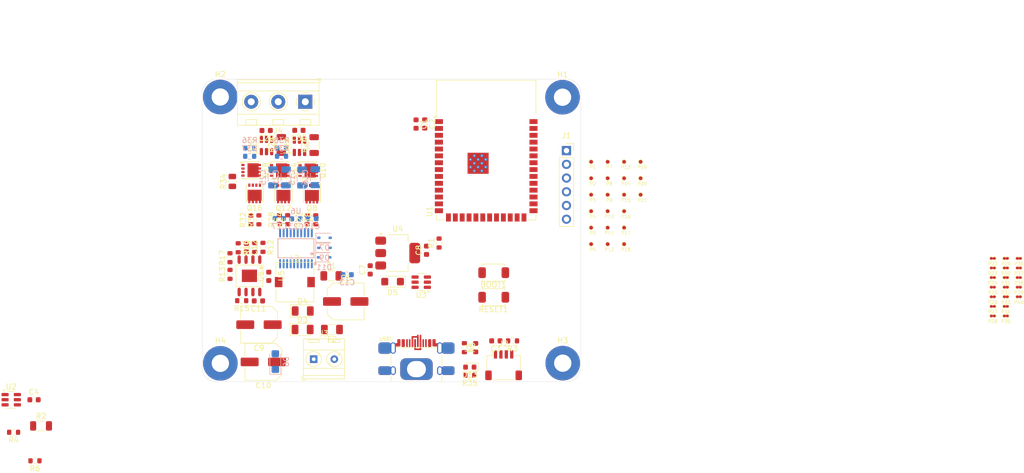
<source format=kicad_pcb>
(kicad_pcb (version 20240108) (generator "pcbnew") (generator_version "8.0")
  (layers (0 "F.Cu" signal) (1 "In1.Cu" signal) (2 "In2.Cu" signal) (31 "B.Cu" signal) (34 "B.Paste" user) (35 "F.Paste" user) (36 "B.SilkS" user "B.Silkscreen") (37 "F.SilkS" user "F.Silkscreen") (38 "B.Mask" user) (39 "F.Mask" user) (44 "Edge.Cuts" user))
  (net 0 "")
  (net 1 "GND")
  (net 2 "+3V3")
  (net 3 "Vdrive")
  (net 4 "/SCL_1")
  (net 5 "/SDA_1")
  (net 6 "Net-(U1-GPIO1{slash}TOUCH1{slash}ADC1_CH0)")
  (net 7 "Net-(U1-GPIO4{slash}TOUCH4{slash}ADC1_CH3)")
  (net 8 "Net-(U1-GPIO8{slash}TOUCH8{slash}ADC1_CH7{slash}SUBSPICS1)")
  (net 9 "Net-(U1-GPIO13{slash}TOUCH13{slash}ADC2_CH2{slash}FSPIQ{slash}FSPIIO7{slash}SUBSPIQ)")
  (net 10 "Net-(U1-GPIO14{slash}TOUCH14{slash}ADC2_CH3{slash}FSPIWP{slash}FSPIDQS{slash}SUBSPIWP)")
  (net 12 "Net-(U1-GPIO21)")
  (net 13 "Net-(U1-SPIIO6{slash}GPIO35{slash}FSPID{slash}SUBSPID)")
  (net 14 "Net-(U1-SPIIO7{slash}GPIO36{slash}FSPICLK{slash}SUBSPICLK)")
  (net 15 "Net-(U1-SPIDQS{slash}GPIO37{slash}FSPIQ{slash}SUBSPIQ)")
  (net 16 "Net-(U1-GPIO38{slash}FSPIWP{slash}SUBSPIWP)")
  (net 17 "Net-(U1-MTCK{slash}GPIO39{slash}CLK_OUT3{slash}SUBSPICS1)")
  (net 18 "Net-(U1-MTDO{slash}GPIO40{slash}CLK_OUT2)")
  (net 19 "Net-(U1-MTDI{slash}GPIO41{slash}CLK_OUT1)")
  (net 20 "Net-(U1-MTMS{slash}GPIO42)")
  (net 21 "Net-(U1-GPIO45)")
  (net 22 "Net-(U1-GPIO46)")
  (net 23 "Net-(U1-GPIO47{slash}SPICLK_P{slash}SUBSPICLK_P_DIFF)")
  (net 24 "Net-(U1-GPIO48{slash}SPICLK_N{slash}SUBSPICLK_N_DIFF)")
  (net 25 "Net-(U3-IO3)")
  (net 26 "Net-(U3-IO4)")
  (net 27 "Net-(U1-EN)")
  (net 28 "/~{RESET}")
  (net 29 "/~{BOOT}")
  (net 30 "Net-(U1-GPIO0{slash}BOOT)")
  (net 31 "Net-(U1-GPIO20{slash}U1CTS{slash}ADC2_CH9{slash}CLK_OUT1{slash}USB_D+)")
  (net 32 "/USB_D_P")
  (net 33 "Net-(U1-GPIO19{slash}U1RTS{slash}ADC2_CH8{slash}CLK_OUT2{slash}USB_D-)")
  (net 34 "/USB_D_N")
  (net 35 "/CURRENT_A")
  (net 36 "Net-(U1-GPIO2{slash}TOUCH2{slash}ADC1_CH1)")
  (net 37 "Net-(U1-GPIO3{slash}TOUCH3{slash}ADC1_CH2)")
  (net 38 "/CURRENT_B")
  (net 39 "Net-(U1-GPIO5{slash}TOUCH5{slash}ADC1_CH4)")
  (net 40 "/PHASE_A")
  (net 41 "Net-(U1-GPIO6{slash}TOUCH6{slash}ADC1_CH5)")
  (net 42 "/PHASE_B")
  (net 43 "Net-(U1-GPIO7{slash}TOUCH7{slash}ADC1_CH6)")
  (net 44 "/PHASE_C")
  (net 45 "Net-(U1-GPIO9{slash}TOUCH9{slash}ADC1_CH8{slash}FSPIHD{slash}SUBSPIHD)")
  (net 46 "/SDA_0")
  (net 47 "Net-(U1-GPIO10{slash}TOUCH10{slash}ADC1_CH9{slash}FSPICS0{slash}FSPIIO4{slash}SUBSPICS0)")
  (net 48 "/SCL_0")
  (net 49 "Net-(U1-GPIO11{slash}TOUCH11{slash}ADC2_CH0{slash}FSPID{slash}FSPIIO5{slash}SUBSPID)")
  (net 50 "Net-(U1-GPIO12{slash}TOUCH12{slash}ADC2_CH1{slash}FSPICLK{slash}FSPIIO6{slash}SUBSPICLK)")
  (net 51 "Net-(U1-GPIO15{slash}U0RTS{slash}ADC2_CH4{slash}XTAL_32K_P)")
  (net 52 "/I_0")
  (net 53 "Net-(U1-GPIO17{slash}U1TXD{slash}ADC2_CH6)")
  (net 54 "/TX1")
  (net 55 "/RX1")
  (net 56 "Net-(U1-GPIO18{slash}U1RXD{slash}ADC2_CH7{slash}CLK_OUT3)")
  (net 57 "/TX0")
  (net 58 "Net-(U1-U0TXD{slash}GPIO43{slash}CLK_OUT1)")
  (net 59 "Net-(U1-U0RXD{slash}GPIO44{slash}CLK_OUT2)")
  (net 60 "/RX0")
  (net 61 "Net-(U1-3V3)")
  (net 62 "+5V")
  (net 64 "/I")
  (net 65 "/phase_a/VS")
  (net 66 "Net-(Q8-G)")
  (net 67 "GND2")
  (net 68 "Net-(Q10-G)")
  (net 69 "/phase_b/VS")
  (net 70 "Net-(Q12-G)")
  (net 71 "Net-(Q14-G)")
  (net 72 "Net-(Q16-G)")
  (net 73 "/phase_c/VS")
  (net 74 "Net-(Q18-G)")
  (net 75 "Net-(U2-REF)")
  (net 76 "/phase_c/OUT")
  (net 77 "/phase_c/CURRENT")
  (net 78 "Net-(U5-BST)")
  (net 79 "Net-(U5-FREQ)")
  (net 80 "Net-(U5-FB)")
  (net 81 "Net-(D4-K)")
  (net 82 "Net-(U5-COMP)")
  (net 83 "Net-(U5-EN)")
  (net 84 "/phase_b/LO")
  (net 85 "/phase_c/LO")
  (net 86 "/phase_a/LO")
  (net 87 "/phase_b/HO")
  (net 88 "/phase_b/VB")
  (net 89 "/phase_a/HO")
  (net 90 "/phase_a/VB")
  (net 91 "/phase_c/HO")
  (net 92 "/phase_c/VB")
  (net 93 "Net-(U21-REF)")
  (net 94 "/phase_a/OUT")
  (net 95 "/phase_b/OUT")
  (net 96 "Net-(U23-REF)")
  (net 97 "/SGND")
  (net 98 "Net-(L1-Pad1)")
  (net 99 "Net-(C6-Pad1)")
  (net 100 "Net-(C12-Pad1)")
  (net 101 "Net-(D13-A)")
  (net 102 "Net-(D3-A)")
  (net 111 "VBUS")
  (footprint "afork-kicad-parts:tinySJ-Bridged" (layer "F.Cu") (at 201.065 103.174)
    (property "Reference" "P36" (at 0 1 0) (layer "F.SilkS") (effects (font (size 0.6 0.6) (thickness 0.1))))
    (property "Value" "PCB_Patch" (hide yes))
    (fp_poly (pts (xy -0.407505 -0.119217) (xy 0.433517 -0.119216) (xy 0.433517 0.123553) (xy -0.407505 0.123552)) (fill solid) (layer "F.Cu"))
    (pad "1" smd circle (at -0.314 0) (size 0.5 0.5) (layers "F.Cu" "F.Mask") (net 53 "Net-(U1-GPIO17{slash}U1TXD{slash}ADC2_CH6)"))
    (pad "1" smd rect (at -0.189 0) (size 0.25 0.5) (layers "F.Cu" "F.Mask") (net 53 "Net-(U1-GPIO17{slash}U1TXD{slash}ADC2_CH6)"))
    (pad "2" smd rect (at 0.189 0) (size 0.25 0.5) (layers "F.Cu" "F.Mask") (net 54 "/TX1"))
    (pad "2" smd circle (at 0.314 0) (size 0.5 0.5) (layers "F.Cu" "F.Mask") (net 54 "/TX1"))
  )
  (footprint "Package_TO_SOT_SMD:SOT-23-6" (layer "F.Cu") (at 61.8875 82.27 90)
    (property "Reference" "U21" (at 0 -2.4 90) (layer "F.SilkS"))
    (property "Value" "INA181A1IDBVR")
    (pad "1" smd roundrect (at -1.1375 -0.95 90) (size 1.325 0.6) (layers "F.Cu" "F.Paste" "F.Mask") (net 35 "/CURRENT_A"))
    (pad "2" smd roundrect (at -1.1375 0 90) (size 1.325 0.6) (layers "F.Cu" "F.Paste" "F.Mask") (net 1 "GND"))
    (pad "3" smd roundrect (at -1.1375 0.95 90) (size 1.325 0.6) (layers "F.Cu" "F.Paste" "F.Mask") (net 65 "/phase_a/VS"))
    (pad "4" smd roundrect (at 1.1375 0.95 90) (size 1.325 0.6) (layers "F.Cu" "F.Paste" "F.Mask") (net 94 "/phase_a/OUT"))
    (pad "5" smd roundrect (at 1.1375 0 90) (size 1.325 0.6) (layers "F.Cu" "F.Paste" "F.Mask") (net 93 "Net-(U21-REF)"))
    (pad "6" smd roundrect (at 1.1375 -0.95 90) (size 1.325 0.6) (layers "F.Cu" "F.Paste" "F.Mask") (net 2 "+3V3"))
  )
  (footprint "afork-kicad-parts:Tinker-USB_C" (layer "F.Cu") (at 89.626965 126.011368)
    (property "Reference" "USB1" (at -6.927114 -7.943916 0) (layer "F.SilkS") (effects (font (size 0.6 0.6) (thickness 0.1)) (justify left)))
    (property "Value" "USB_C_Socket" (hide yes))
    (pad "1" thru_hole circle (at -2.89 -5.701368) (size 1.25 1.25) (drill 0.65) (layers "*.Cu") (remove_unused_layers yes))
    (pad "1" smd roundrect (at -2.45 -7.146368) (size 0.6 1.45) (layers "F.Cu" "F.Paste" "F.Mask"))
    (pad "1" smd roundrect (at 2.45 -7.146368) (size 0.6 1.45) (layers "F.Cu" "F.Paste" "F.Mask"))
    (pad "1" thru_hole circle (at 2.89 -5.701368) (size 1.25 1.25) (drill 0.65) (layers "*.Cu") (remove_unused_layers yes))
    (pad "2" smd roundrect (at -0.75 -7.4) (size 0.3 1.85) (layers "F.Cu") (net 34 "/USB_D_N"))
    (pad "2" smd roundrect (at -0.75 -7.146368) (size 0.3 1.45) (layers "F.Cu" "F.Paste" "F.Mask") (net 34 "/USB_D_N"))
    (pad "2" smd roundrect (at -0.25 -8.3 90) (size 0.3 1.29) (layers "F.Cu" "F.Paste") (net 34 "/USB_D_N"))
    (pad "2" smd roundrect (at 0.25 -8.2) (size 0.3 1) (layers "F.Cu" "F.Paste") (net 34 "/USB_D_N"))
    (pad "2" smd roundrect (at 0.25 -7.4) (size 0.3 1.85) (layers "F.Cu") (net 34 "/USB_D_N"))
    (pad "2" smd roundrect (at 0.25 -7.146368) (size 0.3 1.45) (layers "F.Cu" "F.Paste" "F.Mask") (net 34 "/USB_D_N"))
    (pad "3" smd roundrect (at -0.25 -7.146368) (size 0.3 1.45) (layers "F.Cu" "F.Paste" "F.Mask") (net 32 "/USB_D_P"))
    (pad "3" smd roundrect (at -0.25 -6.9) (size 0.3 1.85) (layers "F.Cu") (net 32 "/USB_D_P"))
    (pad "3" smd roundrect (at 0.25 -6 90) (size 0.3 1.29) (layers "F.Cu" "F.Paste") (net 32 "/USB_D_P"))
    (pad "3" smd roundrect (at 0.75 -8.2) (size 0.3 1) (layers "F.Cu" "F.Paste") (net 32 "/USB_D_P"))
    (pad "3" smd roundrect (at 0.75 -7.146368) (size 0.3 1.45) (layers "F.Cu" "F.Paste" "F.Mask") (net 32 "/USB_D_P"))
    (pad "3" smd roundrect (at 0.75 -6.9) (size 0.3 1.85) (layers "F.Cu") (net 32 "/USB_D_P"))
    (pad "4" smd roundrect (at -3.678785 -6.825) (size 0.8 0.6) (layers "F.Cu" "F.Paste") (net 1 "GND"))
    (pad "4" smd roundrect (at -3.25 -7.2) (size 0.6 1.35) (layers "F.Cu" "F.Paste" "F.Mask") (net 1 "GND"))
    (pad "4" smd roundrect (at 3.25 -7.2) (size 0.6 1.35) (layers "F.Cu" "F.Paste" "F.Mask") (net 1 "GND"))
    (pad "4" smd roundrect (at 3.706572 -6.825) (size 0.8 0.6) (layers "F.Cu" "F.Paste") (net 1 "GND"))
    (pad "5" smd roundrect (at -5.846965 -6.219573) (size 2.4 2.1) (layers "F.Cu" "F.Paste" "F.Mask") (net 97 "/SGND"))
    (pad "5" smd roundrect (at -5.846965 -6.219573) (size 2.4 2.1) (layers "B.Cu" "B.Paste" "B.Mask") (net 97 "/SGND"))
    (pad "5" smd roundrect (at -5.846965 -2.051368) (size 2.4 1.6) (layers "F.Cu" "F.Paste" "F.Mask") (net 97 "/SGND"))
    (pad "5" smd roundrect (at -5.846965 -2.051368) (size 2.4 1.6) (layers "B.Cu" "B.Paste" "B.Mask") (net 97 "/SGND"))
    (pad "5" thru_hole oval (at -4.32 -6.231368) (size 1 2.1) (drill oval 0.6 1.7) (layers "*.Cu" "*.Mask") (net 97 "/SGND"))
    (pad "5" thru_hole oval (at -4.32 -2.051368) (size 1 1.6) (drill oval 0.6 1.2) (layers "*.Cu" "*.Mask") (net 97 "/SGND"))
    (pad "5" thru_hole roundrect (at 0 -2.331368 180) (size 6 4) (drill oval 3.5 3) (layers "*.Cu" "*.Mask") (net 97 "/SGND"))
    (pad "5" thru_hole oval (at 4.32 -6.231368) (size 1 2.1) (drill oval 0.6 1.7) (layers "*.Cu" "*.Mask") (net 97 "/SGND"))
    (pad "5" thru_hole oval (at 4.32 -2.051368) (size 1 1.6) (drill oval 0.6 1.2) (layers "*.Cu" "*.Mask") (net 97 "/SGND"))
    (pad "5" smd roundrect (at 5.846965 -6.219573) (size 2.4 2.1) (layers "F.Cu" "F.Paste" "F.Mask") (net 97 "/SGND"))
    (pad "5" smd roundrect (at 5.846965 -6.219573) (size 2.4 2.1) (layers "B.Cu" "B.Paste" "B.Mask") (net 97 "/SGND"))
    (pad "5" smd roundrect (at 5.846965 -2.051368) (size 2.4 1.6) (layers "F.Cu" "F.Paste" "F.Mask") (net 97 "/SGND"))
    (pad "5" smd roundrect (at 5.846965 -2.051368) (size 2.4 1.6) (layers "B.Cu" "B.Paste" "B.Mask") (net 97 "/SGND"))
    (pad "A5" smd roundrect (at -1.25 -7.146368) (size 0.3 1.45) (layers "F.Cu" "F.Paste" "F.Mask"))
    (pad "A8" smd roundrect (at 1.25 -7.146368) (size 0.3 1.45) (layers "F.Cu" "F.Paste" "F.Mask"))
    (pad "B5" smd roundrect (at 1.75 -7.146368) (size 0.3 1.45) (layers "F.Cu" "F.Paste" "F.Mask"))
    (pad "B8" smd roundrect (at -1.75 -7.146368) (size 0.3 1.45) (layers "F.Cu" "F.Paste" "F.Mask"))
  )
  (footprint "afork-kicad-parts:tinySJ-Bridged" (layer "F.Cu") (at 198.659 103.174)
    (property "Reference" "P29" (at 0 1 0) (layer "F.SilkS") (effects (font (size 0.6 0.6) (thickness 0.1))))
    (property "Value" "PCB_Patch" (hide yes))
    (fp_poly (pts (xy -0.407505 -0.119217) (xy 0.433517 -0.119216) (xy 0.433517 0.123553) (xy -0.407505 0.123552)) (fill solid) (layer "F.Cu"))
    (pad "1" smd circle (at -0.314 0) (size 0.5 0.5) (layers "F.Cu" "F.Mask") (net 42 "/PHASE_B"))
    (pad "1" smd rect (at -0.189 0) (size 0.25 0.5) (layers "F.Cu" "F.Mask") (net 42 "/PHASE_B"))
    (pad "2" smd rect (at 0.189 0) (size 0.25 0.5) (layers "F.Cu" "F.Mask") (net 41 "Net-(U1-GPIO6{slash}TOUCH6{slash}ADC1_CH5)"))
    (pad "2" smd circle (at 0.314 0) (size 0.5 0.5) (layers "F.Cu" "F.Mask") (net 41 "Net-(U1-GPIO6{slash}TOUCH6{slash}ADC1_CH5)"))
  )
  (footprint "afork-kicad-parts:SW_Push_SPST_NO_432" (layer "F.Cu") (at 103.87 105.82 180)
    (property "Reference" "BOOT1" (at 0 -2.25 180) (layer "F.SilkS"))
    (property "Value" "SW_Push")
    (pad "1" smd roundrect (at -2.2 0 180) (size 1.4 2) (layers "F.Cu" "F.Paste" "F.Mask") (net 1 "GND"))
    (pad "2" smd roundrect (at 2.1 0 180) (size 1.4 2) (layers "F.Cu" "F.Paste" "F.Mask") (net 29 "/~{BOOT}"))
  )
  (footprint "Resistor_SMD:R_0805_2012Metric" (layer "F.Cu") (at 55.57 88.925 90)
    (property "Reference" "R34" (at 0 -1.65 90) (layer "F.SilkS"))
    (property "Value" "0R")
    (pad "1" smd roundrect (at -0.9125 0 90) (size 1.025 1.4) (layers "F.Cu" "F.Paste" "F.Mask") (roundrect_rratio 0.243902) (net 1 "GND"))
    (pad "2" smd roundrect (at 0.9125 0 90) (size 1.025 1.4) (layers "F.Cu" "F.Paste" "F.Mask") (roundrect_rratio 0.243902) (net 67 "GND2"))
  )
  (footprint "afork-kicad-parts:tinySJ-Testpoint-0.7mm" (layer "F.Cu") (at 128.04 85.29)
    (property "Reference" "P13" (at 0.314 1 0) (layer "F.SilkS") (effects (font (size 0.6 0.6) (thickness 0.1))))
    (property "Value" "PCB_Pin_Breakout" (hide yes))
    (pad "1" smd circle (at 0 0) (size 0.7 0.7) (layers "F.Cu" "F.Mask") (net 18 "Net-(U1-MTDO{slash}GPIO40{slash}CLK_OUT2)"))
  )
  (footprint "esp32-bldc-foc:SOIC-8_L4.9-W3.9-P1.27-LS6.0-TL-EP-1" (layer "F.Cu") (at 58.75 106.42 -90)
    (property "Reference" "U5" (at 0 -5.89 -90) (layer "F.SilkS"))
    (property "Value" "MP1584EN-LF-P")
    (pad "0" smd rect (at -0.02 0.02 180) (size 2.8 2.3) (layers "F.Cu" "F.Paste" "F.Mask") (net 1 "GND"))
    (pad "1" smd oval (at -3.02 -1.89 180) (size 0.6 1.6) (layers "F.Cu" "F.Paste" "F.Mask") (net 81 "Net-(D4-K)"))
    (pad "2" smd oval (at -3.02 -0.62 180) (size 0.6 1.6) (layers "F.Cu" "F.Paste" "F.Mask") (net 83 "Net-(U5-EN)"))
    (pad "3" smd oval (at -3.02 0.65 180) (size 0.6 1.6) (layers "F.Cu" "F.Paste" "F.Mask") (net 82 "Net-(U5-COMP)"))
    (pad "4" smd oval (at -3.02 1.92 180) (size 0.6 1.6) (layers "F.Cu" "F.Paste" "F.Mask") (net 80 "Net-(U5-FB)"))
    (pad "5" smd oval (at 2.98 1.92 180) (size 0.6 1.6) (layers "F.Cu" "F.Paste" "F.Mask") (net 1 "GND"))
    (pad "6" smd oval (at 2.98 0.65 180) (size 0.6 1.6) (layers "F.Cu" "F.Paste" "F.Mask") (net 79 "Net-(U5-FREQ)"))
    (pad "7" smd oval (at 2.98 -0.62 180) (size 0.6 1.6) (layers "F.Cu" "F.Paste" "F.Mask") (net 3 "Vdrive"))
    (pad "8" smd oval (at 2.98 -1.89 180) (size 0.6 1.6) (layers "F.Cu" "F.Paste" "F.Mask") (net 78 "Net-(U5-BST)"))
  )
  (footprint "TerminalBlock_MetzConnect:TerminalBlock_MetzConnect_Type086_RT03402HBLC_1x02_P3.81mm_Horizontal" (layer "F.Cu") (at 70.62 121.84)
    (property "Reference" "J3" (at 1.905 -4.76 0) (layer "F.SilkS"))
    (property "Value" "VDRIVE")
    (pad "1" thru_hole rect (at 0 0) (size 1.4 1.4) (drill 0.7) (layers "*.Cu" "*.Mask") (net 111 "VBUS"))
    (pad "2" thru_hole circle (at 3.81 0) (size 1.4 1.4) (drill 0.7) (layers "*.Cu" "*.Mask") (net 1 "GND"))
  )
  (footprint "Resistor_SMD:R_0603_1608Metric" (layer "F.Cu") (at 57.3 111.01 180)
    (property "Reference" "R15" (at 0 -1.43 180) (layer "F.SilkS"))
    (property "Value" "100k")
    (pad "1" smd roundrect (at -0.825 0 180) (size 0.8 0.95) (layers "F.Cu" "F.Paste" "F.Mask") (net 79 "Net-(U5-FREQ)"))
    (pad "2" smd roundrect (at 0.825 0 180) (size 0.8 0.95) (layers "F.Cu" "F.Paste" "F.Mask") (net 1 "GND"))
  )
  (footprint "Capacitor_SMD:C_Elec_6.3x5.8" (layer "F.Cu") (at 76.54 111.16)
    (property "Reference" "C6" (at 0 -4.35 0) (layer "F.SilkS"))
    (property "Value" "220u 16V")
    (pad "1" smd roundrect (at -2.5375 0) (size 3.325 1.6) (layers "F.Cu" "F.Paste" "F.Mask") (roundrect_rratio 0.15625) (net 99 "Net-(C6-Pad1)"))
    (pad "2" smd roundrect (at 2.5375 0) (size 3.325 1.6) (layers "F.Cu" "F.Paste" "F.Mask") (roundrect_rratio 0.15625) (net 1 "GND"))
  )
  (footprint "afork-kicad-parts:tinySJ-Testpoint-0.7mm" (layer "F.Cu") (at 121.94 91.39)
    (property "Reference" "P3" (at 0.314 1 0) (layer "F.SilkS") (effects (font (size 0.6 0.6) (thickness 0.1))))
    (property "Value" "PCB_Pin_Breakout" (hide yes))
    (pad "1" smd circle (at 0 0) (size 0.7 0.7) (layers "F.Cu" "F.Mask") (net 8 "Net-(U1-GPIO8{slash}TOUCH8{slash}ADC1_CH7{slash}SUBSPICS1)"))
  )
  (footprint "Capacitor_SMD:C_0603_1608Metric" (layer "F.Cu") (at 67.88 79.46 180)
    (property "Reference" "C30" (at 0 -1.43 180) (layer "F.SilkS"))
    (property "Value" "100n")
    (pad "1" smd roundrect (at -0.775 0 180) (size 0.9 0.95) (layers "F.Cu" "F.Paste" "F.Mask") (net 1 "GND"))
    (pad "2" smd roundrect (at 0.775 0 180) (size 0.9 0.95) (layers "F.Cu" "F.Paste" "F.Mask") (net 2 "+3V3"))
  )
  (footprint "afork-kicad-parts:tinySJ-Testpoint-0.7mm" (layer "F.Cu") (at 131.09 91.39)
    (property "Reference" "P21" (at 0.314 1 0) (layer "F.SilkS") (effects (font (size 0.6 0.6) (thickness 0.1))))
    (property "Value" "PCB_Pin_Breakout" (hide yes))
    (pad "1" smd circle (at 0 0) (size 0.7 0.7) (layers "F.Cu" "F.Mask") (net 26 "Net-(U3-IO4)"))
  )
  (footprint "afork-kicad-parts:tinySJ-Testpoint-0.7mm" (layer "F.Cu") (at 124.99 100.54)
    (property "Reference" "P12" (at 0.314 1 0) (layer "F.SilkS") (effects (font (size 0.6 0.6) (thickness 0.1))))
    (property "Value" "PCB_Pin_Breakout" (hide yes))
    (pad "1" smd circle (at 0 0) (size 0.7 0.7) (layers "F.Cu" "F.Mask") (net 17 "Net-(U1-MTCK{slash}GPIO39{slash}CLK_OUT3{slash}SUBSPICS1)"))
  )
  (footprint "afork-kicad-parts:tinySJ-Bridged" (layer "F.Cu") (at 198.659 104.952)
    (property "Reference" "P30" (at 0 1 0) (layer "F.SilkS") (effects (font (size 0.6 0.6) (thickness 0.1))))
    (property "Value" "PCB_Patch" (hide yes))
    (fp_poly (pts (xy -0.407505 -0.119217) (xy 0.433517 -0.119216) (xy 0.433517 0.123553) (xy -0.407505 0.123552)) (fill solid) (layer "F.Cu"))
    (pad "1" smd circle (at -0.314 0) (size 0.5 0.5) (layers "F.Cu" "F.Mask") (net 44 "/PHASE_C"))
    (pad "1" smd rect (at -0.189 0) (size 0.25 0.5) (layers "F.Cu" "F.Mask") (net 44 "/PHASE_C"))
    (pad "2" smd rect (at 0.189 0) (size 0.25 0.5) (layers "F.Cu" "F.Mask") (net 43 "Net-(U1-GPIO7{slash}TOUCH7{slash}ADC1_CH6)"))
    (pad "2" smd circle (at 0.314 0) (size 0.5 0.5) (layers "F.Cu" "F.Mask") (net 43 "Net-(U1-GPIO7{slash}TOUCH7{slash}ADC1_CH6)"))
  )
  (footprint "esp32-bldc-foc:DFN-8_L3.2-W3.1-P0.65-LS3.4-BL" (layer "F.Cu") (at 64.33 86.88 -90)
    (property "Reference" "Q14" (at 0 -2.7 -90) (layer "F.SilkS"))
    (property "Value" "AP30H80Q")
    (pad "1" smd rect (at -0.98 1.52 90) (size 0.4 0.6) (layers "F.Cu" "F.Paste" "F.Mask") (net 67 "GND2"))
    (pad "2" smd rect (at -0.32 1.52 90) (size 0.4 0.6) (layers "F.Cu" "F.Paste" "F.Mask") (net 67 "GND2"))
    (pad "3" smd rect (at 0.33 1.52 90) (size 0.4 0.6) (layers "F.Cu" "F.Paste" "F.Mask") (net 67 "GND2"))
    (pad "4" smd rect (at 0.98 1.52 90) (size 0.4 0.6) (layers "F.Cu" "F.Paste" "F.Mask") (net 71 "Net-(Q14-G)"))
    (pad "5" smd rect (at 0.98 -1.52 90) (size 0.4 0.6) (layers "F.Cu" "F.Paste" "F.Mask") (net 69 "/phase_b/VS"))
    (pad "6" smd rect (at 0.33 -1.52 90) (size 0.4 0.6) (layers "F.Cu" "F.Paste" "F.Mask") (net 69 "/phase_b/VS"))
    (pad "7" smd rect (at -0.32 -1.52 90) (size 0.4 0.6) (layers "F.Cu" "F.Paste" "F.Mask") (net 69 "/phase_b/VS"))
    (pad "8" smd rect (at -0.98 -1.52 90) (size 0.4 0.6) (layers "F.Cu" "F.Paste" "F.Mask") (net 69 "/phase_b/VS"))
    (pad "9" smd rect (at 0 -0.35 270) (size 2.6 2.05) (layers "F.Cu" "F.Paste" "F.Mask") (net 69 "/phase_b/VS"))
  )
  (footprint "afork-kicad-parts:tinySJ-Testpoint-0.7mm" (layer "F.Cu") (at 128.04 97.49)
    (property "Reference" "P17" (at 0.314 1 0) (layer "F.SilkS") (effects (font (size 0.6 0.6) (thickness 0.1))))
    (property "Value" "PCB_Pin_Breakout" (hide yes))
    (pad "1" smd circle (at 0 0) (size 0.7 0.7) (layers "F.Cu" "F.Mask") (net 22 "Net-(U1-GPIO46)"))
  )
  (footprint "Connector_PinSocket_2.54mm:PinSocket_1x06_P2.54mm_Vertical" (layer "F.Cu") (at 117.38 83.22)
    (property "Reference" "J1" (at 0 -2.77 0) (layer "F.SilkS"))
    (property "Value" "ENCODER")
    (pad "1" thru_hole rect (at 0 0) (size 1.7 1.7) (drill 1) (layers "*.Cu" "*.Mask") (net 62 "+5V"))
    (pad "2" thru_hole oval (at 0 2.54) (size 1.7 1.7) (drill 1) (layers "*.Cu" "*.Mask") (net 2 "+3V3"))
    (pad "3" thru_hole oval (at 0 5.08) (size 1.7 1.7) (drill 1) (layers "*.Cu" "*.Mask") (net 46 "/SDA_0"))
    (pad "4" thru_hole oval (at 0 7.62) (size 1.7 1.7) (drill 1) (layers "*.Cu" "*.Mask") (net 48 "/SCL_0"))
    (pad "5" thru_hole oval (at 0 10.16) (size 1.7 1.7) (drill 1) (layers "*.Cu" "*.Mask") (net 64 "/I"))
    (pad "6" thru_hole oval (at 0 12.7) (size 1.7 1.7) (drill 1) (layers "*.Cu" "*.Mask") (net 1 "GND"))
  )
  (footprint "afork-kicad-parts:tinySJ-Bridged" (layer "F.Cu") (at 196.253 103.174)
    (property "Reference" "P22" (at 0 1 0) (layer "F.SilkS") (effects (font (size 0.6 0.6) (thickness 0.1))))
    (property "Value" "PCB_Patch" (hide yes))
    (fp_poly (pts (xy -0.407505 -0.119217) (xy 0.433517 -0.119216) (xy 0.433517 0.123553) (xy -0.407505 0.123552)) (fill solid) (layer "F.Cu"))
    (pad "1" smd circle (at -0.314 0) (size 0.5 0.5) (layers "F.Cu" "F.Mask") (net 28 "/~{RESET}"))
    (pad "1" smd rect (at -0.189 0) (size 0.25 0.5) (layers "F.Cu" "F.Mask") (net 28 "/~{RESET}"))
    (pad "2" smd rect (at 0.189 0) (size 0.25 0.5) (layers "F.Cu" "F.Mask") (net 27 "Net-(U1-EN)"))
    (pad "2" smd circle (at 0.314 0) (size 0.5 0.5) (layers "F.Cu" "F.Mask") (net 27 "Net-(U1-EN)"))
  )
  (footprint "Capacitor_SMD:C_0603_1608Metric" (layer "F.Cu") (at 61.82 79.49 180)
    (property "Reference" "C29" (at 0 -1.43 180) (layer "F.SilkS"))
    (property "Value" "100n")
    (pad "1" smd roundrect (at -0.775 0 180) (size 0.9 0.95) (layers "F.Cu" "F.Paste" "F.Mask") (net 1 "GND"))
    (pad "2" smd roundrect (at 0.775 0 180) (size 0.9 0.95) (layers "F.Cu" "F.Paste" "F.Mask") (net 2 "+3V3"))
  )
  (footprint "Resistor_SMD:R_0603_1608Metric" (layer "F.Cu") (at 15.105 135.38 180)
    (property "Reference" "R4" (at 0 -1.43 180) (layer "F.SilkS"))
    (property "Value" "1k")
    (pad "1" smd roundrect (at -0.825 0 180) (size 0.8 0.95) (layers "F.Cu" "F.Paste" "F.Mask") (net 75 "Net-(U2-REF)"))
    (pad "2" smd roundrect (at 0.825 0 180) (size 0.8 0.95) (layers "F.Cu" "F.Paste" "F.Mask") (net 2 "+3V3"))
  )
  (footprint "afork-kicad-parts:tinySJ-Bridged" (layer "F.Cu") (at 196.253 104.952)
    (property "Reference" "P23" (at 0 1 0) (layer "F.SilkS") (effects (font (size 0.6 0.6) (thickness 0.1))))
    (property "Value" "PCB_Patch" (hide yes))
    (fp_poly (pts (xy -0.407505 -0.119217) (xy 0.433517 -0.119216) (xy 0.433517 0.123553) (xy -0.407505 0.123552)) (fill solid) (layer "F.Cu"))
    (pad "1" smd circle (at -0.314 0) (size 0.5 0.5) (layers "F.Cu" "F.Mask") (net 29 "/~{BOOT}"))
    (pad "1" smd rect (at -0.189 0) (size 0.25 0.5) (layers "F.Cu" "F.Mask") (net 29 "/~{BOOT}"))
    (pad "2" smd rect (at 0.189 0) (size 0.25 0.5) (layers "F.Cu" "F.Mask") (net 30 "Net-(U1-GPIO0{slash}BOOT)"))
    (pad "2" smd circle (at 0.314 0) (size 0.5 0.5) (layers "F.Cu" "F.Mask") (net 30 "Net-(U1-GPIO0{slash}BOOT)"))
  )
  (footprint "Capacitor_SMD:C_Elec_6.3x5.8" (layer "F.Cu") (at 61.3075 122.35 180)
    (property "Reference" "C10" (at 0 -4.35 180) (layer "F.SilkS"))
    (property "Value" "100u 35V")
    (pad "1" smd roundrect (at -2.5375 0 180) (size 3.325 1.6) (layers "F.Cu" "F.Paste" "F.Mask") (roundrect_rratio 0.15625) (net 3 "Vdrive"))
    (pad "2" smd roundrect (at 2.5375 0 180) (size 3.325 1.6) (layers "F.Cu" "F.Paste" "F.Mask") (roundrect_rratio 0.15625) (net 1 "GND"))
  )
  (footprint "afork-kicad-parts:JST_SH_SM04B-SRSS-TB_1x04-1MP_P1.00mm_Horizontal" (layer "F.Cu") (at 105.75 122.96)
    (property "Reference" "J2" (at 0 -3.98 0) (layer "F.SilkS"))
    (property "Value" "I2C2")
    (pad "1" smd roundrect (at -1.5 -2) (size 0.6 1.55) (layers "F.Cu" "F.Paste" "F.Mask") (net 1 "GND"))
    (pad "2" smd roundrect (at -0.5 -2) (size 0.6 1.55) (layers "F.Cu" "F.Paste" "F.Mask") (net 2 "+3V3"))
    (pad "3" smd roundrect (at 0.5 -2) (size 0.6 1.55) (layers "F.Cu" "F.Paste" "F.Mask") (net 5 "/SDA_1"))
    (pad "4" smd roundrect (at 1.5 -2) (size 0.6 1.55) (layers "F.Cu" "F.Paste" "F.Mask") (net 4 "/SCL_1"))
    (pad "MP" smd roundrect (at -2.8 1.875) (size 1.2 1.8) (layers "F.Cu" "F.Paste" "F.Mask") (roundrect_rratio 0.208333))
    (pad "MP" smd roundrect (at 2.8 1.875) (size 1.2 1.8) (layers "F.Cu" "F.Paste" "F.Mask") (roundrect_rratio 0.208333))
  )
  (footprint "afork-kicad-parts:tinySJ-Bridged" (layer "F.Cu") (at 196.253 108.508)
    (property "Reference" "P25" (at 0 1 0) (layer "F.SilkS") (effects (font (size 0.6 0.6) (thickness 0.1))))
    (property "Value" "PCB_Patch" (hide yes))
    (fp_poly (pts (xy -0.407505 -0.119217) (xy 0.433517 -0.119216) (xy 0.433517 0.123553) (xy -0.407505 0.123552)) (fill solid) (layer "F.Cu"))
    (pad "1" smd circle (at -0.314 0) (size 0.5 0.5) (layers "F.Cu" "F.Mask") (net 34 "/USB_D_N"))
    (pad "1" smd rect (at -0.189 0) (size 0.25 0.5) (layers "F.Cu" "F.Mask") (net 34 "/USB_D_N"))
    (pad "2" smd rect (at 0.189 0) (size 0.25 0.5) (layers "F.Cu" "F.Mask") (net 33 "Net-(U1-GPIO19{slash}U1RTS{slash}ADC2_CH8{slash}CLK_OUT2{slash}USB_D-)"))
    (pad "2" smd circle (at 0.314 0) (size 0.5 0.5) (layers "F.Cu" "F.Mask") (net 33 "Net-(U1-GPIO19{slash}U1RTS{slash}ADC2_CH8{slash}CLK_OUT2{slash}USB_D-)"))
  )
  (footprint "afork-kicad-parts:tinySJ-Bridged" (layer "F.Cu") (at 198.659 113.842)
    (property "Reference" "P35" (at 0 1 0) (layer "F.SilkS") (effects (font (size 0.6 0.6) (thickness 0.1))))
    (property "Value" "PCB_Patch" (hide yes))
    (fp_poly (pts (xy -0.407505 -0.119217) (xy 0.433517 -0.119216) (xy 0.433517 0.123553) (xy -0.407505 0.123552)) (fill solid) (layer "F.Cu"))
    (pad "1" smd circle (at -0.314 0) (size 0.5 0.5) (layers "F.Cu" "F.Mask") (net 51 "Net-(U1-GPIO15{slash}U0RTS{slash}ADC2_CH4{slash}XTAL_32K_P)"))
    (pad "1" smd rect (at -0.189 0) (size 0.25 0.5) (layers "F.Cu" "F.Mask") (net 51 "Net-(U1-GPIO15{slash}U0RTS{slash}ADC2_CH4{slash}XTAL_32K_P)"))
    (pad "2" smd rect (at 0.189 0) (size 0.25 0.5) (layers "F.Cu" "F.Mask") (net 52 "/I_0"))
    (pad "2" smd circle (at 0.314 0) (size 0.5 0.5) (layers "F.Cu" "F.Mask") (net 52 "/I_0"))
  )
  (footprint "Resistor_SMD:R_0603_1608Metric" (layer "F.Cu") (at 56.65 101.21 -90)
    (property "Reference" "R16" (at 0 -1.43 90) (layer "F.SilkS"))
    (property "Value" "100k")
    (pad "1" smd roundrect (at -0.825 0 270) (size 0.8 0.95) (layers "F.Cu" "F.Paste" "F.Mask") (net 100 "Net-(C12-Pad1)"))
    (pad "2" smd roundrect (at 0.825 0 270) (size 0.8 0.95) (layers "F.Cu" "F.Paste" "F.Mask") (net 1 "GND"))
  )
  (footprint "afork-kicad-parts:tinySJ-Testpoint-0.7mm" (layer "F.Cu") (at 131.09 85.29)
    (property "Reference" "P19" (at 0.314 1 0) (layer "F.SilkS") (effects (font (size 0.6 0.6) (thickness 0.1))))
    (property "Value" "PCB_Pin_Breakout" (hide yes))
    (pad "1" smd circle (at 0 0) (size 0.7 0.7) (layers "F.Cu" "F.Mask") (net 24 "Net-(U1-GPIO48{slash}SPICLK_N{slash}SUBSPICLK_N_DIFF)"))
  )
  (footprint "Capacitor_SMD:C_0603_1608Metric" (layer "F.Cu") (at 58.17 101.195 -90)
    (property "Reference" "C12" (at 0 -1.43 90) (layer "F.SilkS"))
    (property "Value" "150p")
    (pad "1" smd roundrect (at -0.775 0 270) (size 0.9 0.95) (layers "F.Cu" "F.Paste" "F.Mask") (net 100 "Net-(C12-Pad1)"))
    (pad "2" smd roundrect (at 0.775 0 270) (size 0.9 0.95) (layers "F.Cu" "F.Paste" "F.Mask") (net 82 "Net-(U5-COMP)"))
  )
  (footprint "Package_TO_SOT_SMD:SOT-23-6" (layer "F.Cu") (at 67.9875 82.42 90)
    (property "Reference" "U23" (at 0 -2.4 90) (layer "F.SilkS"))
    (property "Value" "INA181A1IDBVR")
    (pad "1" smd roundrect (at -1.1375 -0.95 90) (size 1.325 0.6) (layers "F.Cu" "F.Paste" "F.Mask") (net 38 "/CURRENT_B"))
    (pad "2" smd roundrect (at -1.1375 0 90) (size 1.325 0.6) (layers "F.Cu" "F.Paste" "F.Mask") (net 1 "GND"))
    (pad "3" smd roundrect (at -1.1375 0.95 90) (size 1.325 0.6) (layers "F.Cu" "F.Paste" "F.Mask") (net 69 "/phase_b/VS"))
    (pad "4" smd roundrect (at 1.1375 0.95 90) (size 1.325 0.6) (layers "F.Cu" "F.Paste" "F.Mask") (net 95 "/phase_b/OUT"))
    (pad "5" smd roundrect (at 1.1375 0 90) (size 1.325 0.6) (layers "F.Cu" "F.Paste" "F.Mask") (net 96 "Net-(U23-REF)"))
    (pad "6" smd roundrect (at 1.1375 -0.95 90) (size 1.325 0.6) (layers "F.Cu" "F.Paste" "F.Mask") (net 2 "+3V3"))
  )
  (footprint "afork-kicad-parts:SW_Push_SPST_NO_432" (layer "F.Cu") (at 103.87 110.37 180)
    (property "Reference" "RESET1" (at 0 -2.25 180) (layer "F.SilkS"))
    (property "Value" "SW_Push")
    (pad "1" smd roundrect (at -2.2 0 180) (size 1.4 2) (layers "F.Cu" "F.Paste" "F.Mask") (net 1 "GND"))
    (pad "2" smd roundrect (at 2.1 0 180) (size 1.4 2) (layers "F.Cu" "F.Paste" "F.Mask") (net 28 "/~{RESET}"))
  )
  (footprint "Resistor_SMD:R_0603_1608Metric" (layer "F.Cu") (at 65.8 96.01 90)
    (property "Reference" "R24" (at 0 -1.43 -90) (layer "F.SilkS"))
    (property "Value" "2R2")
    (pad "1" smd roundrect (at -0.825 0 90) (size 0.8 0.95) (layers "F.Cu" "F.Paste" "F.Mask") (net 87 "/phase_b/HO"))
    (pad "2" smd roundrect (at 0.825 0 90) (size 0.8 0.95) (layers "F.Cu" "F.Paste" "F.Mask") (net 70 "Net-(Q12-G)"))
  )
  (footprint "Diode_SMD:D_1206_3216Metric" (layer "F.Cu") (at 68.57 116.34)
    (property "Reference" "D3" (at 0 -1.82 0) (layer "F.SilkS"))
    (property "Value" "SS54")
    (pad "1" smd roundrect (at -1.4 0) (size 1.25 1.75) (layers "F.Cu" "F.Paste" "F.Mask") (roundrect_rratio 0.2) (net 3 "Vdrive"))
    (pad "2" smd roundrect (at 1.4 0) (size 1.25 1.75) (layers "F.Cu" "F.Paste" "F.Mask") (roundrect_rratio 0.2) (net 102 "Net-(D3-A)"))
  )
  (footprint "afork-kicad-parts:tinySJ-Bridged" (layer "F.Cu") (at 198.659 106.73)
    (property "Reference" "P31" (at 0 1 0) (layer "F.SilkS") (effects (font (size 0.6 0.6) (thickness 0.1))))
    (property "Value" "PCB_Patch" (hide yes))
    (fp_poly (pts (xy -0.407505 -0.119217) (xy 0.433517 -0.119216) (xy 0.433517 0.123553) (xy -0.407505 0.123552)) (fill solid) (layer "F.Cu"))
    (pad "1" smd circle (at -0.314 0) (size 0.5 0.5) (layers "F.Cu" "F.Mask") (net 46 "/SDA_0"))
    (pad "1" smd rect (at -0.189 0) (size 0.25 0.5) (layers "F.Cu" "F.Mask") (net 46 "/SDA_0"))
    (pad "2" smd rect (at 0.189 0) (size 0.25 0.5) (layers "F.Cu" "F.Mask") (net 45 "Net-(U1-GPIO9{slash}TOUCH9{slash}ADC1_CH8{slash}FSPIHD{slash}SUBSPIHD)"))
    (pad "2" smd circle (at 0.314 0) (size 0.5 0.5) (layers "F.Cu" "F.Mask") (net 45 "Net-(U1-GPIO9{slash}TOUCH9{slash}ADC1_CH8{slash}FSPIHD{slash}SUBSPIHD)"))
  )
  (footprint "Resistor_SMD:R_1206_3216Metric" (layer "F.Cu") (at 64.63 82.17 90)
    (property "Reference" "R26" (at 0 -1.82 -90) (layer "F.SilkS"))
    (property "Value" "0R01")
    (pad "1" smd roundrect (at -1.4625 0 90) (size 1.125 1.75) (layers "F.Cu" "F.Paste" "F.Mask") (roundrect_rratio 0.222222) (net 69 "/phase_b/VS"))
    (pad "2" smd roundrect (at 1.4625 0 90) (size 1.125 1.75) (layers "F.Cu" "F.Paste" "F.Mask") (roundrect_rratio 0.222222) (net 95 "/phase_b/OUT"))
  )
  (footprint "Capacitor_SMD:C_0603_1608Metric" (layer "F.Cu") (at 89.55 78.3 -90)
    (property "Reference" "C1" (at 0 -1.43 90) (layer "F.SilkS"))
    (property "Value" "10u")
    (pad "1" smd roundrect (at -0.775 0 270) (size 0.9 0.95) (layers "F.Cu" "F.Paste" "F.Mask") (net 2 "+3V3"))
    (pad "2" smd roundrect (at 0.775 0 270) (size 0.9 0.95) (layers "F.Cu" "F.Paste" "F.Mask") (net 1 "GND"))
  )
  (footprint "Capacitor_SMD:C_0603_1608Metric" (layer "F.Cu") (at 18.88 129.36)
    (property "Reference" "C4" (at 0 -1.43 0) (layer "F.SilkS"))
    (property "Value" "100n")
    (pad "1" smd roundrect (at -0.775 0) (size 0.9 0.95) (layers "F.Cu" "F.Paste" "F.Mask") (net 1 "GND"))
    (pad "2" smd roundrect (at 0.775 0) (size 0.9 0.95) (layers "F.Cu" "F.Paste" "F.Mask") (net 2 "+3V3"))
  )
  (footprint "Capacitor_SMD:C_0603_1608Metric" (layer "F.Cu") (at 104.315 118.45 180)
    (property "Reference" "C3" (at 0 -1.43 180) (layer "F.SilkS"))
    (property "Value" "1u")
    (pad "1" smd roundrect (at -0.775 0 180) (size 0.9 0.95) (layers "F.Cu" "F.Paste" "F.Mask") (net 28 "/~{RESET}"))
    (pad "2" smd roundrect (at 0.775 0 180) (size 0.9 0.95) (layers "F.Cu" "F.Paste" "F.Mask") (net 1 "GND"))
  )
  (footprint "afork-kicad-parts:tinySJ-Testpoint-0.7mm" (layer "F.Cu") (at 121.94 88.34)
    (property "Reference" "P2" (at 0.314 1 0) (layer "F.SilkS") (effects (font (size 0.6 0.6) (thickness 0.1))))
    (property "Value" "PCB_Pin_Breakout" (hide yes))
    (pad "1" smd circle (at 0 0) (size 0.7 0.7) (layers "F.Cu" "F.Mask") (net 7 "Net-(U1-GPIO4{slash}TOUCH4{slash}ADC1_CH3)"))
  )
  (footprint "afork-kicad-parts:tinySJ-Testpoint-0.7mm" (layer "F.Cu") (at 128.04 91.39)
    (property "Reference" "P15" (at 0.314 1 0) (layer "F.SilkS") (effects (font (size 0.6 0.6) (thickness 0.1))))
    (property "Value" "PCB_Pin_Breakout" (hide yes))
    (pad "1" smd circle (at 0 0) (size 0.7 0.7) (layers "F.Cu" "F.Mask") (net 20 "Net-(U1-MTMS{slash}GPIO42)"))
  )
  (footprint "Package_TO_SOT_SMD:SOT-223-3_TabPin2" (layer "F.Cu") (at 86.16 102.19)
    (property "Reference" "U4" (at 0 -4.5 0) (layer "F.SilkS"))
    (property "Value" "AMS1117")
    (pad "1" smd roundrect (at -3.15 -2.3) (size 2 1.5) (layers "F.Cu" "F.Paste" "F.Mask") (net 1 "GND"))
    (pad "2" smd roundrect (at -3.15 0) (size 2 1.5) (layers "F.Cu" "F.Paste" "F.Mask") (net 2 "+3V3"))
    (pad "2" smd roundrect (at 3.15 0) (size 2 3.8) (layers "F.Cu" "F.Paste" "F.Mask") (net 2 "+3V3"))
    (pad "3" smd roundrect (at -3.15 2.3) (size 2 1.5) (layers "F.Cu" "F.Paste" "F.Mask") (net 62 "+5V"))
  )
  (footprint "RF_Module:ESP32-S3-WROOM-1" (layer "F.Cu") (at 102.53 83.1)
    (property "Reference" "U1" (at -10.5 11.4 90) (layer "F.SilkS"))
    (property "Value" "ESP32-S3-WROOM-1")
    (pad "1" smd rect (at -8.75 -5.26) (size 1.5 0.9) (layers "F.Cu" "F.Paste" "F.Mask") (net 1 "GND"))
    (pad "2" smd rect (at -8.75 -3.99) (size 1.5 0.9) (layers "F.Cu" "F.Paste" "F.Mask") (net 61 "Net-(U1-3V3)"))
    (pad "3" smd rect (at -8.75 -2.72) (size 1.5 0.9) (layers "F.Cu" "F.Paste" "F.Mask") (net 27 "Net-(U1-EN)"))
    (pad "4" smd rect (at -8.75 -1.45) (size 1.5 0.9) (layers "F.Cu" "F.Paste" "F.Mask") (net 7 "Net-(U1-GPIO4{slash}TOUCH4{slash}ADC1_CH3)"))
    (pad "5" smd rect (at -8.75 -0.18) (size 1.5 0.9) (layers "F.Cu" "F.Paste" "F.Mask") (net 39 "Net-(U1-GPIO5{slash}TOUCH5{slash}ADC1_CH4)"))
    (pad "6" smd rect (at -8.75 1.09) (size 1.5 0.9) (layers "F.Cu" "F.Paste" "F.Mask") (net 41 "Net-(U1-GPIO6{slash}TOUCH6{slash}ADC1_CH5)"))
    (pad "7" smd rect (at -8.75 2.36) (size 1.5 0.9) (layers "F.Cu" "F.Paste" "F.Mask") (net 43 "Net-(U1-GPIO7{slash}TOUCH7{slash}ADC1_CH6)"))
    (pad "8" smd rect (at -8.75 3.63) (size 1.5 0.9) (layers "F.Cu" "F.Paste" "F.Mask") (net 51 "Net-(U1-GPIO15{slash}U0RTS{slash}ADC2_CH4{slash}XTAL_32K_P)"))
    (pad "9" smd rect (at -8.75 4.9) (size 1.5 0.9) (layers "F.Cu" "F.Paste" "F.Mask"))
    (pad "10" smd rect (at -8.75 6.17) (size 1.5 0.9) (layers "F.Cu" "F.Paste" "F.Mask") (net 53 "Net-(U1-GPIO17{slash}U1TXD{slash}ADC2_CH6)"))
    (pad "11" smd rect (at -8.75 7.44) (size 1.5 0.9) (layers "F.Cu" "F.Paste" "F.Mask") (net 56 "Net-(U1-GPIO18{slash}U1RXD{slash}ADC2_CH7{slash}CLK_OUT3)"))
    (pad "12" smd rect (at -8.75 8.71) (size 1.5 0.9) (layers "F.Cu" "F.Paste" "F.Mask") (net 8 "Net-(U1-GPIO8{slash}TOUCH8{slash}ADC1_CH7{slash}SUBSPICS1)"))
    (pad "13" smd rect (at -8.75 9.98) (size 1.5 0.9) (layers "F.Cu" "F.Paste" "F.Mask") (net 33 "Net-(U1-GPIO19{slash}U1RTS{slash}ADC2_CH8{slash}CLK_OUT2{slash}USB_D-)"))
    (pad "14" smd rect (at -8.75 11.25 180) (size 1.5 0.9) (layers "F.Cu" "F.Paste" "F.Mask") (net 31 "Net-(U1-GPIO20{slash}U1CTS{slash}ADC2_CH9{slash}CLK_OUT1{slash}USB_D+)"))
    (pad "15" smd rect (at -6.985 12.5 270) (size 1.5 0.9) (layers "F.Cu" "F.Paste" "F.Mask") (net 37 "Net-(U1-GPIO3{slash}TOUCH3{slash}ADC1_CH2)"))
    (pad "16" smd rect (at -5.715 12.5 270) (size 1.5 0.9) (layers "F.Cu" "F.Paste" "F.Mask") (net 22 "Net-(U1-GPIO46)"))
    (pad "17" smd rect (at -4.445 12.5 270) (size 1.5 0.9) (layers "F.Cu" "F.Paste" "F.Mask") (net 45 "Net-(U1-GPIO9{slash}TOUCH9{slash}ADC1_CH8{slash}FSPIHD{slash}SUBSPIHD)"))
    (pad "18" smd rect (at -3.175 12.5 270) (size 1.5 0.9) (layers "F.Cu" "F.Paste" "F.Mask") (net 47 "Net-(U1-GPIO10{slash}TOUCH10{slash}ADC1_CH9{slash}FSPICS0{slash}FSPIIO4{slash}SUBSPICS0)"))
    (pad "19" smd rect (at -1.905 12.5 270) (size 1.5 0.9) (layers "F.Cu" "F.Paste" "F.Mask") (net 49 "Net-(U1-GPIO11{slash}TOUCH11{slash}ADC2_CH0{slash}FSPID{slash}FSPIIO5{slash}SUBSPID)"))
    (pad "20" smd rect (at -0.635 12.5 270) (size 1.5 0.9) (layers "F.Cu" "F.Paste" "F.Mask") (net 50 "Net-(U1-GPIO12{slash}TOUCH12{slash}ADC2_CH1{slash}FSPICLK{slash}FSPIIO6{slash}SUBSPICLK)"))
    (pad "21" smd rect (at 0.635 12.5 270) (size 1.5 0.9) (layers "F.Cu" "F.Paste" "F.Mask") (net 9 "Net-(U1-GPIO13{slash}TOUCH13{slash}ADC2_CH2{slash}FSPIQ{slash}FSPIIO7{slash}SUBSPIQ)"))
    (pad "22" smd rect (at 1.905 12.5 270) (size 1.5 0.9) (layers "F.Cu" "F.Paste" "F.Mask") (net 10 "Net-(U1-GPIO14{slash}TOUCH14{slash}ADC2_CH3{slash}FSPIWP{slash}FSPIDQS{slash}SUBSPIWP)"))
    (pad "23" smd rect (at 3.175 12.5 270) (size 1.5 0.9) (layers "F.Cu" "F.Paste" "F.Mask") (net 12 "Net-(U1-GPIO21)"))
    (pad "24" smd rect (at 4.445 12.5 270) (size 1.5 0.9) (layers "F.Cu" "F.Paste" "F.Mask") (net 23 "Net-(U1-GPIO47{slash}SPICLK_P{slash}SUBSPICLK_P_DIFF)"))
    (pad "25" smd rect (at 5.715 12.5 270) (size 1.5 0.9) (layers "F.Cu" "F.Paste" "F.Mask") (net 24 "Net-(U1-GPIO48{slash}SPICLK_N{slash}SUBSPICLK_N_DIFF)"))
    (pad "26" smd rect (at 6.985 12.5 270) (size 1.5 0.9) (layers "F.Cu" "F.Paste" "F.Mask") (net 21 "Net-(U1-GPIO45)"))
    (pad "27" smd rect (at 8.75 11.25) (size 1.5 0.9) (layers "F.Cu" "F.Paste" "F.Mask") (net 30 "Net-(U1-GPIO0{slash}BOOT)"))
    (pad "28" smd rect (at 8.75 9.98) (size 1.5 0.9) (layers "F.Cu" "F.Paste" "F.Mask") (net 13 "Net-(U1-SPIIO6{slash}GPIO35{slash}FSPID{slash}SUBSPID)"))
    (pad "29" smd rect (at 8.75 8.71) (size 1.5 0.9) (layers "F.Cu" "F.Paste" "F.Mask") (net 14 "Net-(U1-SPIIO7{slash}GPIO36{slash}FSPICLK{slash}SUBSPICLK)"))
    (pad "30" smd rect (at 8.75 7.44) (size 1.5 0.9) (layers "F.Cu" "F.Paste" "F.Mask") (net 15 "Net-(U1-SPIDQS{slash}GPIO37{slash}FSPIQ{slash}SUBSPIQ)"))
    (pad "31" smd rect (at 8.75 6.17) (size 1.5 0.9) (layers "F.Cu" "F.Paste" "F.Mask") (net 16 "Net-(U1-GPIO38{slash}FSPIWP{slash}SUBSPIWP)"))
    (pad "32" smd rect (at 8.75 4.9) (size 1.5 0.9) (layers "F.Cu" "F.Paste" "F.Mask") (net 17 "Net-(U1-MTCK{slash}GPIO39{slash}CLK_OUT3{slash}SUBSPICS1)"))
    (pad "33" smd rect (at 8.75 3.63) (size 1.5 0.9) (layers "F.Cu" "F.Paste" "F.Mask") (net 18 "Net-(U1-MTDO{slash}GPIO40{slash}CLK_OUT2)"))
    (pad "34" smd rect (at 8.75 2.36) (size 1.5 0.9) (layers "F.Cu" "F.Paste" "F.Mask") (net 19 "Net-(U1-MTDI{slash}GPIO41{slash}CLK_OUT1)"))
    (pad "35" smd rect (at 8.75 1.09) (size 1.5 0.9) (layers "F.Cu" "F.Paste" "F.Mask") (net 20 "Net-(U1-MTMS{slash}GPIO42)"))
    (pad "36" smd rect (at 8.75 -0.18) (size 1.5 0.9) (layers "F.Cu" "F.Paste" "F.Mask") (net 59 "Net-(U1-U0RXD{slash}GPIO44{slash}CLK_OUT2)"))
    (pad "37" smd rect (at 8.75 -1.45) (size 1.5 0.9) (layers "F.Cu" "F.Paste" "F.Mask") (net 58 "Net-(U1-U0TXD{slash}GPIO43{slash}CLK_OUT1)"))
    (pad "38" smd rect (at 8.75 -2.72) (size 1.5 0.9) (layers "F.Cu" "F.Paste" "F.Mask") (net 36 "Net-(U1-GPIO2{slash}TOUCH2{slash}ADC1_CH1)"))
    (pad "39" smd rect (at 8.75 -3.99) (size 1.5 0.9) (layers "F.Cu" "F.Paste" "F.Mask") (net 6 "Net-(U1-GPIO1{slash}TOUCH1{slash}ADC1_CH0)"))
    (pad "40" smd rect (at 8.75 -5.26) (size 1.5 0.9) (layers "F.Cu" "F.Paste" "F.Mask") (net 1 "GND"))
    (pad "41" thru_hole circle (at -2.9 1.76 90) (size 0.6 0.6) (drill 0.2) (property pad_prop_heatsink) (layers "*.Cu" "F.Mask") (net 1 "GND"))
    (pad "41" thru_hole circle (at -2.9 3.16) (size 0.6 0.6) (drill 0.2) (property pad_prop_heatsink) (layers "*.Cu" "F.Mask") (net 1 "GND"))
    (pad "41" thru_hole circle (at -2.2 1.06) (size 0.6 0.6) (drill 0.2) (property pad_prop_heatsink) (layers "*.Cu" "F.Mask") (net 1 "GND"))
    (pad "41" thru_hole circle (at -2.2 2.46) (size 0.6 0.6) (drill 0.2) (property pad_prop_heatsink) (layers "*.Cu" "F.Mask") (net 1 "GND"))
    (pad "41" thru_hole circle (at -2.2 3.86) (size 0.6 0.6) (drill 0.2) (property pad_prop_heatsink) (layers "*.Cu" "F.Mask") (net 1 "GND"))
    (pad "41" thru_hole circle (at -1.5 1.76) (size 0.6 0.6) (drill 0.2) (property pad_prop_heatsink) (layers "*.Cu" "F.Mask") (net 1 "GND"))
    (pad "41" smd rect (at -1.5 2.46 270) (size 3.9 3.9) (layers "F.Cu" "F.Mask") (net 1 "GND"))
    (pad "41" thru_hole circle (at -1.5 3.16) (size 0.6 0.6) (drill 0.2) (property pad_prop_heatsink) (layers "*.Cu" "F.Mask") (net 1 "GND"))
    (pad "41" thru_hole circle (at -0.8 1.06) (size 0.6 0.6) (drill 0.2) (property pad_prop_heatsink) (layers "*.Cu" "F.Mask") (net 1 "GND"))
    (pad "41" thru_hole circle (at -0.8 2.46) (size 0.6 0.6) (drill 0.2) (property pad_prop_heatsink) (layers "*.Cu" "F.Mask") (net 1 "GND"))
    (pad "41" thru_hole circle (at -0.8 3.86) (size 0.6 0.6) (drill 0.2) (property pad_prop_heatsink) (layers "*.Cu" "F.Mask") (net 1 "GND"))
    (pad "41" thru_hole circle (at -0.1 1.76) (size 0.6 0.6) (drill 0.2) (property pad_prop_heatsink) (layers "*.Cu" "F.Mask") (net 1 "GND"))
    (pad "41" thru_hole circle (at -0.1 3.16) (size 0.6 0.6) (drill 0.2) (property pad_prop_heatsink) (layers "*.Cu" "F.Mask") (net 1 "GND"))
  )
  (footprint "afork-kicad-parts:tinySJ-Testpoint-0.7mm" (layer "F.Cu") (at 124.99 88.34)
    (property "Reference" "P8" (at 0.314 1 0) (layer "F.SilkS") (effects (font (size 0.6 0.6) (thickness 0.1))))
    (property "Value" "PCB_Pin_Breakout" (hide yes))
    (pad "1" smd circle (at 0 0) (size 0.7 0.7) (layers "F.Cu" "F.Mask") (net 13 "Net-(U1-SPIIO6{slash}GPIO35{slash}FSPID{slash}SUBSPID)"))
  )
  (footprint "afork-kicad-parts:tinySJ-Testpoint-0.7mm" (layer "F.Cu") (at 121.94 85.29)
    (property "Reference" "P1" (at 0.314 1 0) (layer "F.SilkS") (effects (font (size 0.6 0.6) (thickness 0.1))))
    (property "Value" "PCB_Pin_Breakout" (hide yes))
    (pad "1" smd circle (at 0 0) (size 0.7 0.7) (layers "F.Cu" "F.Mask") (net 6 "Net-(U1-GPIO1{slash}TOUCH1{slash}ADC1_CH0)"))
  )
  (footprint "Resistor_SMD:R_0603_1608Metric" (layer "F.Cu") (at 19.055 140.66 180)
    (property "Reference" "R6" (at 0 -1.43 180) (layer "F.SilkS"))
    (property "Value" "1k")
    (pad "1" smd roundrect (at -0.825 0 180) (size 0.8 0.95) (layers "F.Cu" "F.Paste" "F.Mask") (net 75 "Net-(U2-REF)"))
    (pad "2" smd roundrect (at 0.825 0 180) (size 0.8 0.95) (layers "F.Cu" "F.Paste" "F.Mask") (net 1 "GND"))
  )
  (footprint "Diode_SMD:D_SMF" (layer "F.Cu") (at 85.21 107.48 180)
    (property "Reference" "D5" (at 0 -2 180) (layer "F.SilkS"))
    (property "Value" "SMF3.3A")
    (pad "1" smd roundrect (at -1.45 0 180) (size 1.3 1.4) (layers "F.Cu" "F.Paste" "F.Mask") (roundrect_rratio 0.1923076923) (net 2 "+3V3"))
    (pad "2" smd roundrect (at 1.45 0 180) (size 1.3 1.4) (layers "F.Cu" "F.Paste" "F.Mask") (roundrect_rratio 0.1923076923) (net 1 "GND"))
  )
  (footprint "Resistor_SMD:R_0603_1608Metric" (layer "F.Cu") (at 98.49 119.71 -90)
    (property "Reference" "R5" (at 0 -1.43 90) (layer "F.SilkS"))
    (property "Value" "10R")
    (pad "1" smd roundrect (at -0.825 0 270) (size 0.8 0.95) (layers "F.Cu" "F.Paste" "F.Mask") (net 97 "/SGND"))
    (pad "2" smd roundrect (at 0.825 0 270) (size 0.8 0.95) (layers "F.Cu" "F.Paste" "F.Mask") (net 98 "Net-(L1-Pad1)"))
  )
  (footprint "afork-kicad-parts:tinySJ-Testpoint-0.7mm" (layer "F.Cu") (at 124.99 85.29)
    (property "Reference" "P7" (at 0.314 1 0) (layer "F.SilkS") (effects (font (size 0.6 0.6) (thickness 0.1))))
    (property "Value" "PCB_Pin_Breakout" (hide yes))
    (pad "1" smd circle (at 0 0) (size 0.7 0.7) (layers "F.Cu" "F.Mask") (net 12 "Net-(U1-GPIO21)"))
  )
  (footprint "Resistor_SMD:R_0603_1608Metric" (layer "F.Cu") (at 99.49 124.83 180)
    (property "Reference" "R35" (at 0 -1.43 180) (layer "F.SilkS"))
    (property "Value" "1k")
    (pad "1" smd roundrect (at -0.825 0 180) (size 0.8 0.95) (layers "F.Cu" "F.Paste" "F.Mask") (net 2 "+3V3"))
    (pad "2" smd roundrect (at 0.825 0 180) (size 0.8 0.95) (layers "F.Cu" "F.Paste" "F.Mask") (net 101 "Net-(D13-A)"))
  )
  (footprint "afork-kicad-parts:tinySJ-Bridged" (layer "F.Cu") (at 201.065 108.508)
    (property "Reference" "P39" (at 0 1 0) (layer "F.SilkS") (effects (font (size 0.6 0.6) (thickness 0.1))))
    (property "Value" "PCB_Patch" (hide yes))
    (fp_poly (pts (xy -0.407505 -0.119217) (xy 0.433517 -0.119216) (xy 0.433517 0.123553) (xy -0.407505 0.123552)) (fill solid) (layer "F.Cu"))
    (pad "1" smd circle (at -0.314 0) (size 0.5 0.5) (layers "F.Cu" "F.Mask") (net 59 "Net-(U1-U0RXD{slash}GPIO44{slash}CLK_OUT2)"))
    (pad "1" smd rect (at -0.189 0) (size 0.25 0.5) (layers "F.Cu" "F.Mask") (net 59 "Net-(U1-U0RXD{slash}GPIO44{slash}CLK_OUT2)"))
    (pad "2" smd rect (at 0.189 0) (size 0.25 0.5) (layers "F.Cu" "F.Mask") (net 60 "/RX0"))
    (pad "2" smd circle (at 0.314 0) (size 0.5 0.5) (layers "F.Cu" "F.Mask") (net 60 "/RX0"))
  )
  (footprint "Resistor_SMD:R_0603_1608Metric" (layer "F.Cu") (at 71 96.04 90)
    (property "Reference" "R18" (at 0 -1.43 -90) (layer "F.SilkS"))
    (property "Value" "2R2")
    (pad "1" smd roundrect (at -0.825 0 90) (size 0.8 0.95) (layers "F.Cu" "F.Paste" "F.Mask") (net 89 "/phase_a/HO"))
    (pad "2" smd roundrect (at 0.825 0 90) (size 0.8 0.95) (layers "F.Cu" "F.Paste" "F.Mask") (net 66 "Net-(Q8-G)"))
  )
  (footprint "afork-kicad-parts:tinySJ-Bridged" (layer "F.Cu") (at 196.253 113.842)
    (property "Reference" "P28" (at 0 1 0) (layer "F.SilkS") (effects (font (size 0.6 0.6) (thickness 0.1))))
    (property "Value" "PCB_Patch" (hide yes))
    (fp_poly (pts (xy -0.407505 -0.119217) (xy 0.433517 -0.119216) (xy 0.433517 0.123553) (xy -0.407505 0.123552)) (fill solid) (layer "F.Cu"))
    (pad "1" smd circle (at -0.314 0) (size 0.5 0.5) (layers "F.Cu" "F.Mask") (net 40 "/PHASE_A"))
    (pad "1" smd rect (at -0.189 0) (size 0.25 0.5) (layers "F.Cu" "F.Mask") (net 40 "/PHASE_A"))
    (pad "2" smd rect (at 0.189 0) (size 0.25 0.5) (layers "F.Cu" "F.Mask") (net 39 "Net-(U1-GPIO5{slash}TOUCH5{slash}ADC1_CH4)"))
    (pad "2" smd circle (at 0.314 0) (size 0.5 0.5) (layers "F.Cu" "F.Mask") (net 39 "Net-(U1-GPIO5{slash}TOUCH5{slash}ADC1_CH4)"))
  )
  (footprint "afork-kicad-parts:tinySJ-Testpoint-0.7mm" (layer "F.Cu") (at 128.04 88.34)
    (property "Reference" "P14" (at 0.314 1 0) (layer "F.SilkS") (effects (font (size 0.6 0.6) (thickness 0.1))))
    (property "Value" "PCB_Pin_Breakout" (hide yes))
    (pad "1" smd circle (at 0 0) (size 0.7 0.7) (layers "F.Cu" "F.Mask") (net 19 "Net-(U1-MTDI{slash}GPIO41{slash}CLK_OUT1)"))
  )
  (footprint "afork-kicad-parts:tinySJ-Bridged" (layer "F.Cu") (at 201.065 106.73)
    (property "Reference" "P38" (at 0 1 0) (layer "F.SilkS") (effects (font (size 0.6 0.6) (thickness 0.1))))
    (property "Value" "PCB_Patch" (hide yes))
    (fp_poly (pts (xy -0.407505 -0.119217) (xy 0.433517 -0.119216) (xy 0.433517 0.123553) (xy -0.407505 0.123552)) (fill solid) (layer "F.Cu"))
    (pad "1" smd circle (at -0.314 0) (size 0.5 0.5) (layers "F.Cu" "F.Mask") (net 58 "Net-(U1-U0TXD{slash}GPIO43{slash}CLK_OUT1)"))
    (pad "1" smd rect (at -0.189 0) (size 0.25 0.5) (layers "F.Cu" "F.Mask") (net 58 "Net-(U1-U0TXD{slash}GPIO43{slash}CLK_OUT1)"))
    (pad "2" smd rect (at 0.189 0) (size 0.25 0.5) (layers "F.Cu" "F.Mask") (net 57 "/TX0"))
    (pad "2" smd circle (at 0.314 0) (size 0.5 0.5) (layers "F.Cu" "F.Mask") (net 57 "/TX0"))
  )
  (footprint "Fuse:Fuse_1206_3216Metric" (layer "F.Cu") (at 73.88 106.41)
    (property "Reference" "F1" (at 0 -1.82 0) (layer "F.SilkS"))
    (property "Value" "32V?")
    (pad "1" smd roundrect (at -1.4 0) (size 1.25 1.75) (layers "F.Cu" "F.Paste" "F.Mask") (roundrect_rratio 0.2) (net 99 "Net-(C6-Pad1)"))
    (pad "2" smd roundrect (at 1.4 0) (size 1.25 1.75) (layers "F.Cu" "F.Paste" "F.Mask") (roundrect_rratio 0.2) (net 62 "+5V"))
  )
  (footprint "MountingHole:MountingHole_3.2mm_M3_Pad" (layer "F.Cu") (at 116.69 122.58)
    (property "Reference" "H3" (at 0 -4.2 0) (layer "F.SilkS"))
    (property "Value" "MountingHole")
    (pad "1" thru_hole circle (at 0 0) (size 6.4 6.4) (drill 3.2) (layers "*.Cu" "*.Mask"))
  )
  (footprint "afork-kicad-parts:tinySJ-Bridged" (layer "F.Cu") (at 201.065 104.952)
    (property "Reference" "P37" (at 0 1 0) (layer "F.SilkS") (effects (font (size 0.6 0.6) (thickness 0.1))))
    (property "Value" "PCB_Patch" (hide yes))
    (fp_poly (pts (xy -0.407505 -0.119217) (xy 0.433517 -0.119216) (xy 0.433517 0.123553) (xy -0.407505 0.123552)) (fill solid) (layer "F.Cu"))
    (pad "1" smd circle (at -0.314 0) (size 0.5 0.5) (layers "F.Cu" "F.Mask") (net 56 "Net-(U1-GPIO18{slash}U1RXD{slash}ADC2_CH7{slash}CLK_OUT3)"))
    (pad "1" smd rect (at -0.189 0) (size 0.25 0.5) (layers "F.Cu" "F.Mask") (net 56 "Net-(U1-GPIO18{slash}U1RXD{slash}ADC2_CH7{slash}CLK_OUT3)"))
    (pad "2" smd rect (at 0.189 0) (size 0.25 0.5) (layers "F.Cu" "F.Mask") (net 55 "/RX1"))
    (pad "2" smd circle (at 0.314 0) (size 0.5 0.5) (layers "F.Cu" "F.Mask") (net 55 "/RX1"))
  )
  (footprint "afork-kicad-parts:tinySJ-Bridged" (layer "F.Cu") (at 198.659 108.508)
    (property "Reference" "P32" (at 0 1 0) (layer "F.SilkS") (effects (font (size 0.6 0.6) (thickness 0.1))))
    (property "Value" "PCB_Patch" (hide yes))
    (fp_poly (pts (xy -0.407505 -0.119217) (xy 0.433517 -0.119216) (xy 0.433517 0.123553) (xy -0.407505 0.123552)) (fill solid) (layer "F.Cu"))
    (pad "1" smd circle (at -0.314 0) (size 0.5 0.5) (layers "F.Cu" "F.Mask") (net 48 "/SCL_0"))
    (pad "1" smd rect (at -0.189 0) (size 0.25 0.5) (layers "F.Cu" "F.Mask") (net 48 "/SCL_0"))
    (pad "2" smd rect (at 0.189 0) (size 0.25 0.5) (layers "F.Cu" "F.Mask") (net 47 "Net-(U1-GPIO10{slash}TOUCH10{slash}ADC1_CH9{slash}FSPICS0{slash}FSPIIO4{slash}SUBSPICS0)"))
    (pad "2" smd circle (at 0.314 0) (size 0.5 0.5) (layers "F.Cu" "F.Mask") (net 47 "Net-(U1-GPIO10{slash}TOUCH10{slash}ADC1_CH9{slash}FSPICS0{slash}FSPIIO4{slash}SUBSPICS0)"))
  )
  (footprint "esp32-bldc-foc:DFN-8_L3.2-W3.1-P0.65-LS3.4-BL" (layer "F.Cu") (at 59.05 86.86 -90)
    (property "Reference" "Q18" (at 0 -2.7 -90) (layer "F.SilkS"))
    (property "Value" "AP30H80Q")
    (pad "1" smd rect (at -0.98 1.52 90) (size 0.4 0.6) (layers "F.Cu" "F.Paste" "F.Mask") (net 67 "GND2"))
    (pad "2" smd rect (at -0.32 1.52 90) (size 0.4 0.6) (layers "F.Cu" "F.Paste" "F.Mask") (net 67 "GND2"))
    (pad "3" smd rect (at 0.33 1.52 90) (size 0.4 0.6) (layers "F.Cu" "F.Paste" "F.Mask") (net 67 "GND2"))
    (pad "4" smd rect (at 0.98 1.52 90) (size 0.4 0.6) (layers "F.Cu" "F.Paste" "F.Mask") (net 74 "Net-(Q18-G)"))
    (pad "5" smd rect (at 0.98 -1.52 90) (size 0.4 0.6) (layers "F.Cu" "F.Paste" "F.Mask") (net 73 "/phase_c/VS"))
    (pad "6" smd rect (at 0.33 -1.52 90) (size 0.4 0.6) (layers "F.Cu" "F.Paste" "F.Mask") (net 73 "/phase_c/VS"))
    (pad "7" smd rect (at -0.32 -1.52 90) (size 0.4 0.6) (layers "F.Cu" "F.Paste" "F.Mask") (net 73 "/phase_c/VS"))
    (pad "8" smd rect (at -0.98 -1.52 90) (size 0.4 0.6) (layers "F.Cu" "F.Paste" "F.Mask") (net 73 "/phase_c/VS"))
    (pad "9" smd rect (at 0 -0.35 270) (size 2.6 2.05) (layers "F.Cu" "F.Paste" "F.Mask") (net 73 "/phase_c/VS"))
  )
  (footprint "Fuse:Fuse_1206_3216Metric" (layer "F.Cu") (at 73.99 116.34 180)
    (property "Reference" "F2" (at 0 -1.82 180) (layer "F.SilkS"))
    (property "Value" "1A")
    (pad "1" smd roundrect (at -1.4 0 180) (size 1.25 1.75) (layers "F.Cu" "F.Paste" "F.Mask") (roundrect_rratio 0.2) (net 111 "VBUS"))
    (pad "2" smd roundrect (at 1.4 0 180) (size 1.25 1.75) (layers "F.Cu" "F.Paste" "F.Mask") (roundrect_rratio 0.2) (net 102 "Net-(D3-A)"))
  )
  (footprint "Resistor_SMD:R_1206_3216Metric" (layer "F.Cu") (at 20.18 134.2)
    (property "Reference" "R2" (at 0 -1.82 0) (layer "F.SilkS"))
    (property "Value" "0R01")
    (pad "1" smd roundrect (at -1.4625 0) (size 1.125 1.75) (layers "F.Cu" "F.Paste" "F.Mask") (roundrect_rratio 0.222222) (net 73 "/phase_c/VS"))
    (pad "2" smd roundrect (at 1.4625 0) (size 1.125 1.75) (layers "F.Cu" "F.Paste" "F.Mask") (roundrect_rratio 0.222222) (net 76 "/phase_c/OUT"))
  )
  (footprint "afork-kicad-parts:tinySJ-Testpoint-0.7mm" (layer "F.Cu") (at 121.94 94.44)
    (property "Reference" "P4" (at 0.314 1 0) (layer "F.SilkS") (effects (font (size 0.6 0.6) (thickness 0.1))))
    (property "Value" "PCB_Pin_Breakout" (hide yes))
    (pad "1" smd circle (at 0 0) (size 0.7 0.7) (layers "F.Cu" "F.Mask") (net 9 "Net-(U1-GPIO13{slash}TOUCH13{slash}ADC2_CH2{slash}FSPIQ{slash}FSPIIO7{slash}SUBSPIQ)"))
  )
  (footprint "esp32-bldc-foc:DFN-8_L3.2-W3.1-P0.65-LS3.4-BL" (layer "F.Cu") (at 70.28 91.18 180)
    (property "Reference" "Q8" (at 0 -2.7 180) (layer "F.SilkS"))
    (property "Value" "AP30H80Q")
    (pad "1" smd rect (at -0.98 1.52) (size 0.4 0.6) (layers "F.Cu" "F.Paste" "F.Mask") (net 65 "/phase_a/VS"))
    (pad "2" smd rect (at -0.32 1.52) (size 0.4 0.6) (layers "F.Cu" "F.Paste" "F.Mask") (net 65 "/phase_a/VS"))
    (pad "3" smd rect (at 0.33 1.52) (size 0.4 0.6) (layers "F.Cu" "F.Paste" "F.Mask") (net 65 "/phase_a/VS"))
    (pad "4" smd rect (at 0.98 1.52) (size 0.4 0.6) (layers "F.Cu" "F.Paste" "F.Mask") (net 66 "Net-(Q8-G)"))
    (pad "5" smd rect (at 0.98 -1.52) (size 0.4 0.6) (layers "F.Cu" "F.Paste" "F.Mask") (net 3 "Vdrive"))
    (pad "6" smd rect (at 0.33 -1.52) (size 0.4 0.6) (layers "F.Cu" "F.Paste" "F.Mask") (net 3 "Vdrive"))
    (pad "7" smd rect (at -0.32 -1.52) (size 0.4 0.6) (layers "F.Cu" "F.Paste" "F.Mask") (net 3 "Vdrive"))
    (pad "8" smd rect (at -0.98 -1.52) (size 0.4 0.6) (layers "F.Cu" "F.Paste" "F.Mask") (net 3 "Vdrive"))
    (pad "9" smd rect (at 0 -0.35 180) (size 2.6 2.05) (layers "F.Cu" "F.Paste" "F.Mask") (net 3 "Vdrive"))
  )
  (footprint "MountingHole:MountingHole_3.2mm_M3_Pad" (layer "F.Cu") (at 53.35 122.61)
    (property "Reference" "H4" (at 0 -4.2 0) (layer "F.SilkS"))
    (property "Value" "MountingHole")
    (pad "1" thru_hole circle (at 0 0) (size 6.4 6.4) (drill 3.2) (layers "*.Cu" "*.Mask"))
  )
  (footprint "Capacitor_SMD:C_0603_1608Metric" (layer "F.Cu") (at 81.07 105.305 90)
    (property "Reference" "C7" (at 0 -1.43 -90) (layer "F.SilkS"))
    (property "Value" "100n")
    (pad "1" smd roundrect (at -0.775 0 90) (size 0.9 0.95) (layers "F.Cu" "F.Paste" "F.Mask") (net 1 "GND"))
    (pad "2" smd roundrect (at 0.775 0 90) (size 0.9 0.95) (layers "F.Cu" "F.Paste" "F.Mask") (net 62 "+5V"))
  )
  (footprint "Resistor_SMD:R_0603_1608Metric" (layer "F.Cu") (at 107.405 118.45 180)
    (property "Reference" "R3" (at 0 -1.43 180) (layer "F.SilkS"))
    (property "Value" "10k")
    (pad "1" smd roundrect (at -0.825 0 180) (size 0.8 0.95) (layers "F.Cu" "F.Paste" "F.Mask") (net 2 "+3V3"))
    (pad "2" smd roundrect (at 0.825 0 180) (size 0.8 0.95) (layers "F.Cu" "F.Paste" "F.Mask") (net 28 "/~{RESET}"))
  )
  (footprint "Resistor_SMD:R_0603_1608Metric" (layer "F.Cu") (at 64.27 96.01 90)
    (property "Reference" "R28" (at 0 -1.43 90) (layer "F.SilkS"))
    (property "Value" "2R2")
    (pad "1" smd roundrect (at -0.825 0 90) (size 0.8 0.95) (layers "F.Cu" "F.Paste" "F.Mask") (net 84 "/phase_b/LO"))
    (pad "2" smd roundrect (at 0.825 0 90) (size 0.8 0.95) (layers "F.Cu" "F.Paste" "F.Mask") (net 71 "Net-(Q14-G)"))
  )
  (footprint "afork-kicad-parts:tinySJ-Bridged" (layer "F.Cu") (at 198.659 112.064)
    (property "Reference" "P34" (at 0 1 0) (layer "F.SilkS") (effects (font (size 0.6 0.6) (thickness 0.1))))
    (property "Value" "PCB_Patch" (hide yes))
    (fp_poly (pts (xy -0.407505 -0.119217) (xy 0.433517 -0.119216) (xy 0.433517 0.123553) (xy -0.407505 0.123552)) (fill solid) (layer "F.Cu"))
    (pad "1" smd circle (at -0.314 0) (size 0.5 0.5) (layers "F.Cu" "F.Mask") (net 4 "/SCL_1"))
    (pad "1" smd rect (at -0.189 0) (size 0.25 0.5) (layers "F.Cu" "F.Mask") (net 4 "/SCL_1"))
    (pad "2" smd rect (at 0.189 0) (size 0.25 0.5) (layers "F.Cu" "F.Mask") (net 50 "Net-(U1-GPIO12{slash}TOUCH12{slash}ADC2_CH1{slash}FSPICLK{slash}FSPIIO6{slash}SUBSPICLK)"))
    (pad "2" smd circle (at 0.314 0) (size 0.5 0.5) (layers "F.Cu" "F.Mask") (net 50 "Net-(U1-GPIO12{slash}TOUCH12{slash}ADC2_CH1{slash}FSPICLK{slash}FSPIIO6{slash}SUBSPICLK)"))
  )
  (footprint "LED_SMD:LED_0603_1608Metric" (layer "F.Cu") (at 99.5 123.31 180)
    (property "Reference" "D13" (at 0 -1.43 180) (layer "F.SilkS"))
    (property "Value" "RED")
    (pad "1" smd roundrect (at -0.7875 0 180) (size 0.875 0.95) (layers "F.Cu" "F.Paste" "F.Mask") (net 1 "GND"))
    (pad "2" smd roundrect (at 0.7875 0 180) (size 0.875 0.95) (layers "F.Cu" "F.Paste" "F.Mask") (net 101 "Net-(D13-A)"))
  )
  (footprint "Package_TO_SOT_SMD:SOT-23-6" (layer "F.Cu") (at 90.51 107.58 180)
    (property "Reference" "U3" (at 0 -2.4 180) (layer "F.SilkS"))
    (property "Value" "SRV05-4")
    (pad "1" smd roundrect (at -1.1375 -0.95 180) (size 1.325 0.6) (layers "F.Cu" "F.Paste" "F.Mask") (net 32 "/USB_D_P"))
    (pad "2" smd roundrect (at -1.1375 0 180) (size 1.325 0.6) (layers "F.Cu" "F.Paste" "F.Mask") (net 1 "GND"))
    (pad "3" smd roundrect (at -1.1375 0.95 180) (size 1.325 0.6) (layers "F.Cu" "F.Paste" "F.Mask") (net 34 "/USB_D_N"))
    (pad "4" smd roundrect (at 1.1375 0.95 180) (size 1.325 0.6) (layers "F.Cu" "F.Paste" "F.Mask") (net 25 "Net-(U3-IO3)"))
    (pad "5" smd roundrect (at 1.1375 0 180) (size 1.325 0.6) (layers "F.Cu" "F.Paste" "F.Mask") (net 62 "+5V"))
    (pad "6" smd roundrect (at 1.1375 -0.95 180) (size 1.325 0.6) (layers "F.Cu" "F.Paste" "F.Mask") (net 26 "Net-(U3-IO4)"))
  )
  (footprint "Resistor_SMD:R_0603_1608Metric" (layer "F.Cu") (at 55.14 106.13 90)
    (property "Reference" "R13" (at 0 -1.43 -90) (layer "F.SilkS"))
    (property "Value" "210k")
    (pad "1" smd roundrect (at -0.825 0 90) (size 0.8 0.95) (layers "F.Cu" "F.Paste" "F.Mask") (net 99 "Net-(C6-Pad1)"))
    (pad "2" smd roundrect (at 0.825 0 90) (size 0.8 0.95) (layers "F.Cu" "F.Paste" "F.Mask") (net 80 "Net-(U5-FB)"))
  )
  (footprint "afork-kicad-parts:tinySJ-Testpoint-0.7mm" (layer "F.Cu") (at 121.94 97.49)
    (property "Reference" "P5" (at 0.314 1 0) (layer "F.SilkS") (effects (font (size 0.6 0.6) (thickness 0.1))))
    (property "Value" "PCB_Pin_Breakout" (hide yes))
    (pad "1" smd circle (at 0 0) (size 0.7 0.7) (layers "F.Cu" "F.Mask") (net 10 "Net-(U1-GPIO14{slash}TOUCH14{slash}ADC2_CH3{slash}FSPIWP{slash}FSPIDQS{slash}SUBSPIWP)"))
  )
  (footprint "Capacitor_SMD:C_0603_1608Metric" (layer "F.Cu") (at 62.31 106.5 90)
    (property "Reference" "C5" (at 0 -1.43 -90) (layer "F.SilkS"))
    (property "Value" "100n")
    (pad "1" smd roundrect (at -0.775 0 90) (size 0.9 0.95) (layers "F.Cu" "F.Paste" "F.Mask") (net 78 "Net-(U5-BST)"))
    (pad "2" smd roundrect (at 0.775 0 90) (size 0.9 0.95) (layers "F.Cu" "F.Paste" "F.Mask") (net 81 "Net-(D4-K)"))
  )
  (footprint "Inductor_SMD:L_SXN_SMDRI64" (layer "F.Cu") (at 67.13 107.57)
    (property "Reference" "L2" (at 0 -4.4 0) (layer "F.SilkS"))
    (property "Value" "15uH/3A")
    (pad "1" smd rect (at -3 0) (size 1.4 1.9) (layers "F.Cu" "F.Paste" "F.Mask") (net 81 "Net-(D4-K)"))
    (pad "2" smd rect (at 3 0) (size 1.4 1.9) (layers "F.Cu" "F.Paste" "F.Mask") (net 99 "Net-(C6-Pad1)"))
  )
  (footprint "afork-kicad-parts:tinySJ-Testpoint-0.7mm" (layer "F.Cu") (at 128.04 100.54)
    (property "Reference" "P18" (at 0.314 1 0) (layer "F.SilkS") (effects (font (size 0.6 0.6) (thickness 0.1))))
    (property "Value" "PCB_Pin_Breakout" (hide yes))
    (pad "1" smd circle (at 0 0) (size 0.7 0.7) (layers "F.Cu" "F.Mask") (net 23 "Net-(U1-GPIO47{slash}SPICLK_P{slash}SUBSPICLK_P_DIFF)"))
  )
  (footprint "afork-kicad-parts:tinySJ-Bridged" (layer "F.Cu") (at 198.659 110.286)
    (property "Reference" "P33" (at 0 1 0) (layer "F.SilkS") (effects (font (size 0.6 0.6) (thickness 0.1))))
    (property "Value" "PCB_Patch" (hide yes))
    (fp_poly (pts (xy -0.407505 -0.119217) (xy 0.433517 -0.119216) (xy 0.433517 0.123553) (xy -0.407505 0.123552)) (fill solid) (layer "F.Cu"))
    (pad "1" smd circle (at -0.314 0) (size 0.5 0.5) (layers "F.Cu" "F.Mask") (net 5 "/SDA_1"))
    (pad "1" smd rect (at -0.189 0) (size 0.25 0.5) (layers "F.Cu" "F.Mask") (net 5 "/SDA_1"))
    (pad "2" smd rect (at 0.189 0) (size 0.25 0.5) (layers "F.Cu" "F.Mask") (net 49 "Net-(U1-GPIO11{slash}TOUCH11{slash}ADC2_CH0{slash}FSPID{slash}FSPIIO5{slash}SUBSPID)"))
    (pad "2" smd circle (at 0.314 0) (size 0.5 0.5) (layers "F.Cu" "F.Mask") (net 49 "Net-(U1-GPIO11{slash}TOUCH11{slash}ADC2_CH0{slash}FSPID{slash}FSPIIO5{slash}SUBSPID)"))
  )
  (footprint "Resistor_SMD:R_0603_1608Metric" (layer "F.Cu") (at 59 96.04 90)
    (property "Reference" "R32" (at 0 -1.43 90) (layer "F.SilkS"))
    (property "Value" "2R2")
    (pad "1" smd roundrect (at -0.825 0 90) (size 0.8 0.95) (layers "F.Cu" "F.Paste" "F.Mask") (net 85 "/phase_c/LO"))
    (pad "2" smd roundrect (at 0.825 0 90) (size 0.8 0.95) (layers "F.Cu" "F.Paste" "F.Mask") (net 74 "Net-(Q18-G)"))
  )
  (footprint "esp32-bldc-foc:DFN-8_L3.2-W3.1-P0.65-LS3.4-BL" (layer "F.Cu") (at 69.61 86.905 -90)
    (property "Reference" "Q10" (at 0 -2.7 -90) (layer "F.SilkS"))
    (property "Value" "AP30H80Q")
    (pad "1" smd rect (at -0.98 1.52 90) (size 0.4 0.6) (layers "F.Cu" "F.Paste" "F.Mask") (net 67 "GND2"))
    (pad "2" smd rect (at -0.32 1.52 90) (size 0.4 0.6) (layers "F.Cu" "F.Paste" "F.Mask") (net 67 "GND2"))
    (pad "3" smd rect (at 0.33 1.52 90) (size 0.4 0.6) (layers "F.Cu" "F.Paste" "F.Mask") (net 67 "GND2"))
    (pad "4" smd rect (at 0.98 1.52 90) (size 0.4 0.6) (layers "F.Cu" "F.Paste" "F.Mask") (net 68 "Net-(Q10-G)"))
    (pad "5" smd rect (at 0.98 -1.52 90) (size 0.4 0.6) (layers "F.Cu" "F.Paste" "F.Mask") (net 65 "/phase_a/VS"))
    (pad "6" smd rect (at 0.33 -1.52 90) (size 0.4 0.6) (layers "F.Cu" "F.Paste" "F.Mask") (net 65 "/phase_a/VS"))
    (pad "7" smd rect (at -0.32 -1.52 90) (size 0.4 0.6) (layers "F.Cu" "F.Paste" "F.Mask") (net 65 "/phase_a/VS"))
    (pad "8" smd rect (at -0.98 -1.52 90) (size 0.4 0.6) (layers "F.Cu" "F.Paste" "F.Mask") (net 65 "/phase_a/VS"))
    (pad "9" smd rect (at 0 -0.35 270) (size 2.6 2.05) (layers "F.Cu" "F.Paste" "F.Mask") (net 65 "/phase_a/VS"))
  )
  (footprint "Inductor_SMD:L_0603_1608Metric" (layer "F.Cu") (at 100.59 119.7075 90)
    (property "Reference" "L1" (at 0 -1.43 -90) (layer "F.SilkS"))
    (property "Value" "BLM21")
    (pad "1" smd roundrect (at -0.7875 0 90) (size 0.875 0.95) (layers "F.Cu" "F.Paste" "F.Mask") (net 98 "Net-(L1-Pad1)"))
    (pad "2" smd roundrect (at 0.7875 0 90) (size 0.875 0.95) (layers "F.Cu" "F.Paste" "F.Mask") (net 1 "GND"))
  )
  (footprint "MountingHole:MountingHole_3.2mm_M3_Pad" (layer "F.Cu") (at 116.65 73.33)
    (property "Reference" "H1" (at 0 -4.2 0) (layer "F.SilkS"))
    (property "Value" "MountingHole")
    (pad "1" thru_hole circle (at 0 0) (size 6.4 6.4) (drill 3.2) (layers "*.Cu" "*.Mask"))
  )
  (footprint "Resistor_SMD:R_0603_1608Metric" (layer "F.Cu") (at 55.13 103.05 90)
    (property "Reference" "R17" (at 0 -1.43 -90) (layer "F.SilkS"))
    (property "Value" "40.2k")
    (pad "1" smd roundrect (at -0.825 0 90) (size 0.8 0.95) (layers "F.Cu" "F.Paste" "F.Mask") (net 80 "Net-(U5-FB)"))
    (pad "2" smd roundrect (at 0.825 0 90) (size 0.8 0.95) (layers "F.Cu" "F.Paste" "F.Mask") (net 1 "GND"))
  )
  (footprint "Diode_SMD:D_1206_3216Metric" (layer "F.Cu") (at 68.59 112.92)
    (property "Reference" "D4" (at 0 -1.82 0) (layer "F.SilkS"))
    (property "Value" "B340A-13-F")
    (pad "1" smd roundrect (at -1.4 0) (size 1.25 1.75) (layers "F.Cu" "F.Paste" "F.Mask") (roundrect_rratio 0.2) (net 81 "Net-(D4-K)"))
    (pad "2" smd roundrect (at 1.4 0) (size 1.25 1.75) (layers "F.Cu" "F.Paste" "F.Mask") (roundrect_rratio 0.2) (net 1 "GND"))
  )
  (footprint "afork-kicad-parts:tinySJ-Testpoint-0.7mm" (layer "F.Cu") (at 124.99 91.39)
    (property "Reference" "P9" (at 0.314 1 0) (layer "F.SilkS") (effects (font (size 0.6 0.6) (thickness 0.1))))
    (property "Value" "PCB_Pin_Breakout" (hide yes))
    (pad "1" smd circle (at 0 0) (size 0.7 0.7) (layers "F.Cu" "F.Mask") (net 14 "Net-(U1-SPIIO7{slash}GPIO36{slash}FSPICLK{slash}SUBSPICLK)"))
  )
  (footprint "afork-kicad-parts:tinySJ-Bridged" (layer "F.Cu") (at 201.065 110.286)
    (property "Reference" "P40" (at 0 1 0) (layer "F.SilkS") (effects (font (size 0.6 0.6) (thickness 0.1))))
    (property "Value" "PCB_Patch" (hide yes))
    (fp_poly (pts (xy -0.407505 -0.119217) (xy 0.433517 -0.119216) (xy 0.433517 0.123553) (xy -0.407505 0.123552)) (fill solid) (layer "F.Cu"))
    (pad "1" smd circle (at -0.314 0) (size 0.5 0.5) (layers "F.Cu" "F.Mask") (net 2 "+3V3"))
    (pad "1" smd rect (at -0.189 0) (size 0.25 0.5) (layers "F.Cu" "F.Mask") (net 2 "+3V3"))
    (pad "2" smd rect (at 0.189 0) (size 0.25 0.5) (layers "F.Cu" "F.Mask") (net 61 "Net-(U1-3V3)"))
    (pad "2" smd circle (at 0.314 0) (size 0.5 0.5) (layers "F.Cu" "F.Mask") (net 61 "Net-(U1-3V3)"))
  )
  (footprint "afork-kicad-parts:tinySJ-Bridged" (layer "F.Cu") (at 196.253 106.73)
    (property "Reference" "P24" (at 0 1 0) (layer "F.SilkS") (effects (font (size 0.6 0.6) (thickness 0.1))))
    (property "Value" "PCB_Patch" (hide yes))
    (fp_poly (pts (xy -0.407505 -0.119217) (xy 0.433517 -0.119216) (xy 0.433517 0.123553) (xy -0.407505 0.123552)) (fill solid) (layer "F.Cu"))
    (pad "1" smd circle (at -0.314 0) (size 0.5 0.5) (layers "F.Cu" "F.Mask") (net 32 "/USB_D_P"))
    (pad "1" smd rect (at -0.189 0) (size 0.25 0.5) (layers "F.Cu" "F.Mask") (net 32 "/USB_D_P"))
    (pad "2" smd rect (at 0.189 0) (size 0.25 0.5) (layers "F.Cu" "F.Mask") (net 31 "Net-(U1-GPIO20{slash}U1CTS{slash}ADC2_CH9{slash}CLK_OUT1{slash}USB_D+)"))
    (pad "2" smd circle (at 0.314 0) (size 0.5 0.5) (layers "F.Cu" "F.Mask") (net 31 "Net-(U1-GPIO20{slash}U1CTS{slash}ADC2_CH9{slash}CLK_OUT1{slash}USB_D+)"))
  )
  (footprint "Resistor_SMD:R_1206_3216Metric" (layer "F.Cu") (at 70.7 82.19 90)
    (property "Reference" "R20" (at 0 -1.82 -90) (layer "F.SilkS"))
    (property "Value" "0R01")
    (pad "1" smd roundrect (at -1.4625 0 90) (size 1.125 1.75) (layers "F.Cu" "F.Paste" "F.Mask") (roundrect_rratio 0.222222) (net 65 "/phase_a/VS"))
    (pad "2" smd roundrect (at 1.4625 0 90) (size 1.125 1.75) (layers "F.Cu" "F.Paste" "F.Mask") (roundrect_rratio 0.222222) (net 94 "/phase_a/OUT"))
  )
  (footprint "TerminalBlock_MetzConnect:TerminalBlock_MetzConnect_Type094_RT03503HBLU_1x03_P5.00mm_Horizontal" (layer "F.Cu") (at 69.06 74.17 180)
    (property "Reference" "J4" (at 5 -5.36 180) (layer "F.SilkS"))
    (property "Value" "MOTOR")
    (pad "1" thru_hole rect (at 0 0 180) (size 2.6 2.6) (drill 1.3) (layers "*.Cu" "*.Mask") (net 94 "/phase_a/OUT"))
    (pad "2" thru_hole circle (at 5 0 180) (size 2.6 2.6) (drill 1.3) (layers "*.Cu" "*.Mask") (net 95 "/phase_b/OUT"))
    (pad "3" thru_hole circle (at 10 0 180) (size 2.6 2.6) (drill 1.3) (layers "*.Cu" "*.Mask") (net 76 "/phase_c/OUT"))
  )
  (footprint "afork-kicad-parts:tinySJ-Testpoint-0.7mm" (layer "F.Cu") (at 131.09 88.34)
    (property "Reference" "P20" (at 0.314 1 0) (layer "F.SilkS") (effects (font (size 0.6 0.6) (thickness 0.1))))
    (property "Value" "PCB_Pin_Breakout" (hide yes))
    (pad "1" smd circle (at 0 0) (size 0.7 0.7) (layers "F.Cu" "F.Mask") (net 25 "Net-(U3-IO3)"))
  )
  (footprint "Resistor_SMD:R_0603_1608Metric" (layer "F.Cu") (at 60.48 96.04 90)
    (property "Reference" "R30" (at 0 -1.43 -90) (layer "F.SilkS"))
    (property "Value" "2R2")
    (pad "1" smd roundrect (at -0.825 0 90) (size 0.8 0.95) (layers "F.Cu" "F.Paste" "F.Mask") (net 91 "/phase_c/HO"))
    (pad "2" smd roundrect (at 0.825 0 90) (size 0.8 0.95) (layers "F.Cu" "F.Paste" "F.Mask") (net 72 "Net-(Q16-G)"))
  )
  (footprint "Resistor_SMD:R_0603_1608Metric" (layer "F.Cu") (at 59.7 101.17 90)
    (property "Reference" "R14" (at 0 -1.43 -90) (layer "F.SilkS"))
    (property "Value" "24.9k")
    (pad "1" smd roundrect (at -0.825 0 90) (size 0.8 0.95) (layers "F.Cu" "F.Paste" "F.Mask") (net 83 "Net-(U5-EN)"))
    (pad "2" smd roundrect (at 0.825 0 90) (size 0.8 0.95) (layers "F.Cu" "F.Paste" "F.Mask") (net 1 "GND"))
  )
  (footprint "afork-kicad-parts:tinySJ-Testpoint-0.7mm" (layer "F.Cu") (at 121.94 100.54)
    (property "Reference" "P6" (at 0.314 1 0) (layer "F.SilkS") (effects (font (size 0.6 0.6) (thickness 0.1))))
    (property "Value" "PCB_Pin_Breakout" (hide yes))
    (pad "1" smd circle (at 0 0) (size 0.7 0.7) (layers "F.Cu" "F.Mask"))
  )
  (footprint "Capacitor_SMD:C_0603_1608Metric" (layer "F.Cu") (at 91.49 101.67 90)
    (property "Reference" "C8" (at 0 -1.43 -90) (layer "F.SilkS"))
    (property "Value" "100n")
    (pad "1" smd roundrect (at -0.775 0 90) (size 0.9 0.95) (layers "F.Cu" "F.Paste" "F.Mask") (net 1 "GND"))
    (pad "2" smd roundrect (at 0.775 0 90) (size 0.9 0.95) (layers "F.Cu" "F.Paste" "F.Mask") (net 2 "+3V3"))
  )
  (footprint "esp32-bldc-foc:DFN-8_L3.2-W3.1-P0.65-LS3.4-BL" (layer "F.Cu") (at 65.02 91.16 180)
    (property "Reference" "Q12" (at 0 -2.7 180) (layer "F.SilkS"))
    (property "Value" "AP30H80Q")
    (pad "1" smd rect (at -0.98 1.52) (size 0.4 0.6) (layers "F.Cu" "F.Paste" "F.Mask") (net 69 "/phase_b/VS"))
    (pad "2" smd rect (at -0.32 1.52) (size 0.4 0.6) (layers "F.Cu" "F.Paste" "F.Mask") (net 69 "/phase_b/VS"))
    (pad "3" smd rect (at 0.33 1.52) (size 0.4 0.6) (layers "F.Cu" "F.Paste" "F.Mask") (net 69 "/phase_b/VS"))
    (pad "4" smd rect (at 0.98 1.52) (size 0.4 0.6) (layers "F.Cu" "F.Paste" "F.Mask") (net 70 "Net-(Q12-G)"))
    (pad "5" smd rect (at 0.98 -1.52) (size 0.4 0.6) (layers "F.Cu" "F.Paste" "F.Mask") (net 3 "Vdrive"))
    (pad "6" smd rect (at 0.33 -1.52) (size 0.4 0.6) (layers "F.Cu" "F.Paste" "F.Mask") (net 3 "Vdrive"))
    (pad "7" smd rect (at -0.32 -1.52) (size 0.4 0.6) (layers "F.Cu" "F.Paste" "F.Mask") (net 3 "Vdrive"))
    (pad "8" smd rect (at -0.98 -1.52) (size 0.4 0.6) (layers "F.Cu" "F.Paste" "F.Mask") (net 3 "Vdrive"))
    (pad "9" smd rect (at 0 -0.35 180) (size 2.6 2.05) (layers "F.Cu" "F.Paste" "F.Mask") (net 3 "Vdrive"))
  )
  (footprint "Resistor_SMD:R_0603_1608Metric" (layer "F.Cu") (at 69.4 96.01 90)
    (property "Reference" "R22" (at 0 -1.43 90) (layer "F.SilkS"))
    (property "Value" "2R2")
    (pad "1" smd roundrect (at -0.825 0 90) (size 0.8 0.95) (layers "F.Cu" "F.Paste" "F.Mask") (net 86 "/phase_a/LO"))
    (pad "2" smd roundrect (at 0.825 0 90) (size 0.8 0.95) (layers "F.Cu" "F.Paste" "F.Mask") (net 68 "Net-(Q10-G)"))
  )
  (footprint "afork-kicad-parts:tinySJ-Testpoint-0.7mm" (layer "F.Cu") (at 124.99 97.49)
    (property "Reference" "P11" (at 0.314 1 0) (layer "F.SilkS") (effects (font (size 0.6 0.6) (thickness 0.1))))
    (property "Value" "PCB_Pin_Breakout" (hide yes))
    (pad "1" smd circle (at 0 0) (size 0.7 0.7) (layers "F.Cu" "F.Mask") (net 16 "Net-(U1-GPIO38{slash}FSPIWP{slash}SUBSPIWP)"))
  )
  (footprint "afork-kicad-parts:tinySJ-Testpoint-0.7mm" (layer "F.Cu") (at 124.99 94.44)
    (property "Reference" "P10" (at 0.314 1 0) (layer "F.SilkS") (effects (font (size 0.6 0.6) (thickness 0.1))))
    (property "Value" "PCB_Pin_Breakout" (hide yes))
    (pad "1" smd circle (at 0 0) (size 0.7 0.7) (layers "F.Cu" "F.Mask") (net 15 "Net-(U1-SPIDQS{slash}GPIO37{slash}FSPIQ{slash}SUBSPIQ)"))
  )
  (footprint "Package_TO_SOT_SMD:SOT-23-6" (layer "F.Cu") (at 14.66 129.3475)
    (property "Reference" "U2" (at 0 -2.4 0) (layer "F.SilkS"))
    (property "Value" "INA181A1IDBVR")
    (pad "1" smd roundrect (at -1.1375 -0.95) (size 1.325 0.6) (layers "F.Cu" "F.Paste" "F.Mask") (net 77 "/phase_c/CURRENT"))
    (pad "2" smd roundrect (at -1.1375 0) (size 1.325 0.6) (layers "F.Cu" "F.Paste" "F.Mask") (net 1 "GND"))
    (pad "3" smd roundrect (at -1.1375 0.95) (size 1.325 0.6) (layers "F.Cu" "F.Paste" "F.Mask") (net 73 "/phase_c/VS"))
    (pad "4" smd roundrect (at 1.1375 0.95) (size 1.325 0.6) (layers "F.Cu" "F.Paste" "F.Mask") (net 76 "/phase_c/OUT"))
    (pad "5" smd roundrect (at 1.1375 0) (size 1.325 0.6) (layers "F.Cu" "F.Paste" "F.Mask") (net 75 "Net-(U2-REF)"))
    (pad "6" smd roundrect (at 1.1375 -0.95) (size 1.325 0.6) (layers "F.Cu" "F.Paste" "F.Mask") (net 2 "+3V3"))
  )
  (footprint "afork-kicad-parts:tinySJ-Bridged" (layer "F.Cu") (at 196.253 110.286)
    (property "Reference" "P26" (at 0 1 0) (layer "F.SilkS") (effects (font (size 0.6 0.6) (thickness 0.1))))
    (property "Value" "PCB_Patch" (hide yes))
    (fp_poly (pts (xy -0.407505 -0.119217) (xy 0.433517 -0.119216) (xy 0.433517 0.123553) (xy -0.407505 0.123552)) (fill solid) (layer "F.Cu"))
    (pad "1" smd circle (at -0.314 0) (size 0.5 0.5) (layers "F.Cu" "F.Mask") (net 35 "/CURRENT_A"))
    (pad "1" smd rect (at -0.189 0) (size 0.25 0.5) (layers "F.Cu" "F.Mask") (net 35 "/CURRENT_A"))
    (pad "2" smd rect (at 0.189 0) (size 0.25 0.5) (layers "F.Cu" "F.Mask") (net 36 "Net-(U1-GPIO2{slash}TOUCH2{slash}ADC1_CH1)"))
    (pad "2" smd circle (at 0.314 0) (size 0.5 0.5) (layers "F.Cu" "F.Mask") (net 36 "Net-(U1-GPIO2{slash}TOUCH2{slash}ADC1_CH1)"))
  )
  (footprint "Capacitor_SMD:C_Elec_6.3x5.8" (layer "F.Cu") (at 60.49 115.45 180)
    (property "Reference" "C9" (at 0 -4.35 180) (layer "F.SilkS"))
    (property "Value" "100u 35V")
    (pad "1" smd roundrect (at -2.5375 0 180) (size 3.325 1.6) (layers "F.Cu" "F.Paste" "F.Mask") (roundrect_rratio 0.15625) (net 3 "Vdrive"))
    (pad "2" smd roundrect (at 2.5375 0 180) (size 3.325 1.6) (layers "F.Cu" "F.Paste" "F.Mask") (roundrect_rratio 0.15625) (net 1 "GND"))
  )
  (footprint "afork-kicad-parts:tinySJ-Testpoint-0.7mm" (layer "F.Cu") (at 128.04 94.44)
    (property "Reference" "P16" (at 0.314 1 0) (layer "F.SilkS") (effects (font (size 0.6 0.6) (thickness 0.1))))
    (property "Value" "PCB_Pin_Breakout" (hide yes))
    (pad "1" smd circle (at 0 0) (size 0.7 0.7) (layers "F.Cu" "F.Mask") (net 21 "Net-(U1-GPIO45)"))
  )
  (footprint "MountingHole:MountingHole_3.2mm_M3_Pad" (layer "F.Cu") (at 53.33 73.29)
    (property "Reference" "H2" (at 0 -4.2 0) (layer "F.SilkS"))
    (property "Value" "MountingHole")
    (pad "1" thru_hole circle (at 0 0) (size 6.4 6.4) (drill 3.2) (layers "*.Cu" "*.Mask"))
  )
  (footprint "Capacitor_SMD:C_0603_1608Metric" (layer "F.Cu") (at 60.39 111.05 180)
    (property "Reference" "C11" (at 0 -1.43 180) (layer "F.SilkS"))
    (property "Value" "100n")
    (pad "1" smd roundrect (at -0.775 0 180) (size 0.9 0.95) (layers "F.Cu" "F.Paste" "F.Mask") (net 1 "GND"))
    (pad "2" smd roundrect (at 0.775 0 180) (size 0.9 0.95) (layers "F.Cu" "F.Paste" "F.Mask") (net 3 "Vdrive"))
  )
  (footprint "Capacitor_SMD:C_0603_1608Metric" (layer "F.Cu") (at 91.15 78.28 -90)
    (property "Reference" "C2" (at 0 -1.43 90) (layer "F.SilkS"))
    (property "Value" "100n")
    (pad "1" smd roundrect (at -0.775 0 270) (size 0.9 0.95) (layers "F.Cu" "F.Paste" "F.Mask") (net 2 "+3V3"))
    (pad "2" smd roundrect (at 0.775 0 270) (size 0.9 0.95) (layers "F.Cu" "F.Paste" "F.Mask") (net 1 "GND"))
  )
  (footprint "esp32-bldc-foc:DFN-8_L3.2-W3.1-P0.65-LS3.4-BL" (layer "F.Cu") (at 59.69 91.14 180)
    (property "Reference" "Q16" (at 0 -2.7 180) (layer "F.SilkS"))
    (property "Value" "AP30H80Q")
    (pad "1" smd rect (at -0.98 1.52) (size 0.4 0.6) (layers "F.Cu" "F.Paste" "F.Mask") (net 73 "/phase_c/VS"))
    (pad "2" smd rect (at -0.32 1.52) (size 0.4 0.6) (layers "F.Cu" "F.Paste" "F.Mask") (net 73 "/phase_c/VS"))
    (pad "3" smd rect (at 0.33 1.52) (size 0.4 0.6) (layers "F.Cu" "F.Paste" "F.Mask") (net 73 "/phase_c/VS"))
    (pad "4" smd rect (at 0.98 1.52) (size 0.4 0.6) (layers "F.Cu" "F.Paste" "F.Mask") (net 72 "Net-(Q16-G)"))
    (pad "5" smd rect (at 0.98 -1.52) (size 0.4 0.6) (layers "F.Cu" "F.Paste" "F.Mask") (net 3 "Vdrive"))
    (pad "6" smd rect (at 0.33 -1.52) (size 0.4 0.6) (layers "F.Cu" "F.Paste" "F.Mask") (net 3 "Vdrive"))
    (pad "7" smd rect (at -0.32 -1.52) (size 0.4 0.6) (layers "F.Cu" "F.Paste" "F.Mask") (net 3 "Vdrive"))
    (pad "8" smd rect (at -0.98 -1.52) (size 0.4 0.6) (layers "F.Cu" "F.Paste" "F.Mask") (net 3 "Vdrive"))
    (pad "9" smd rect (at 0 -0.35 180) (size 2.6 2.05) (layers "F.Cu" "F.Paste" "F.Mask") (net 3 "Vdrive"))
  )
  (footprint "Resistor_SMD:R_0603_1608Metric" (layer "F.Cu") (at 93.81 100.33 90)
    (property "Reference" "R1" (at 0 -1.43 -90) (layer "F.SilkS"))
    (property "Value" "10k")
    (pad "1" smd roundrect (at -0.825 0 90) (size 0.8 0.95) (layers "F.Cu" "F.Paste" "F.Mask") (net 2 "+3V3"))
    (pad "2" smd roundrect (at 0.825 0 90) (size 0.8 0.95) (layers "F.Cu" "F.Paste" "F.Mask") (net 29 "/~{BOOT}"))
  )
  (footprint "afork-kicad-parts:tinySJ-Bridged" (layer "F.Cu") (at 196.253 112.064)
    (property "Reference" "P27" (at 0 1 0) (layer "F.SilkS") (effects (font (size 0.6 0.6) (thickness 0.1))))
    (property "Value" "PCB_Patch" (hide yes))
    (fp_poly (pts (xy -0.407505 -0.119217) (xy 0.433517 -0.119216) (xy 0.433517 0.123553) (xy -0.407505 0.123552)) (fill solid) (layer "F.Cu"))
    (pad "1" smd circle (at -0.314 0) (size 0.5 0.5) (layers "F.Cu" "F.Mask") (net 38 "/CURRENT_B"))
    (pad "1" smd rect (at -0.189 0) (size 0.25 0.5) (layers "F.Cu" "F.Mask") (net 38 "/CURRENT_B"))
    (pad "2" smd rect (at 0.189 0) (size 0.25 0.5) (layers "F.Cu" "F.Mask") (net 37 "Net-(U1-GPIO3{slash}TOUCH3{slash}ADC1_CH2)"))
    (pad "2" smd circle (at 0.314 0) (size 0.5 0.5) (layers "F.Cu" "F.Mask") (net 37 "Net-(U1-GPIO3{slash}TOUCH3{slash}ADC1_CH2)"))
  )
  (footprint "Resistor_SMD:R_0603_1608Metric" (layer "F.Cu") (at 61.23 101.13 -90)
    (property "Reference" "R12" (at 0 -1.43 90) (layer "F.SilkS"))
    (property "Value" "100k")
    (pad "1" smd roundrect (at -0.825 0 270) (size 0.8 0.95) (layers "F.Cu" "F.Paste" "F.Mask") (net 3 "Vdrive"))
    (pad "2" smd roundrect (at 0.825 0 270) (size 0.8 0.95) (layers "F.Cu" "F.Paste" "F.Mask") (net 83 "Net-(U5-EN)"))
  )
  (footprint "Resistor_SMD:R_0603_1608Metric" (layer "B.Cu") (at 64.68 82.74 180)
    (property "Reference" "R38" (at 0 1.43 180) (layer "B.SilkS") (effects (justify mirror)))
    (property "Value" "1k")
    (pad "1" smd roundrect (at -0.825 0 180) (size 0.8 0.95) (layers "B.Cu" "B.Paste" "B.Mask") (net 96 "Net-(U23-REF)"))
    (pad "2" smd roundrect (at 0.825 0 180) (size 0.8 0.95) (layers "B.Cu" "B.Paste" "B.Mask") (net 2 "+3V3"))
  )
  (footprint "Resistor_SMD:R_0603_1608Metric" (layer "B.Cu") (at 64.67 84.26 180)
    (property "Reference" "R39" (at 0 1.43 180) (layer "B.SilkS") (effects (justify mirror)))
    (property "Value" "1k")
    (pad "1" smd roundrect (at -0.825 0 180) (size 0.8 0.95) (layers "B.Cu" "B.Paste" "B.Mask") (net 96 "Net-(U23-REF)"))
    (pad "2" smd roundrect (at 0.825 0 180) (size 0.8 0.95) (layers "B.Cu" "B.Paste" "B.Mask") (net 1 "GND"))
  )
  (footprint "Capacitor_SMD:C_0603_1608Metric" (layer "B.Cu") (at 67.335 95.86)
    (property "Reference" "C23" (at 0 1.43 180) (layer "B.SilkS") (effects (justify mirror)))
    (property "Value" "100n")
    (pad "1" smd roundrect (at -0.775 0) (size 0.9 0.95) (layers "B.Cu" "B.Paste" "B.Mask") (net 69 "/phase_b/VS"))
    (pad "2" smd roundrect (at 0.775 0) (size 0.9 0.95) (layers "B.Cu" "B.Paste" "B.Mask") (net 88 "/phase_b/VB"))
  )
  (footprint "Diode_SMD:D_SMF" (layer "B.Cu") (at 63.52 122.29 90)
    (property "Reference" "D6" (at 0 2 90) (layer "B.SilkS") (effects (justify mirror)))
    (property "Value" "SMF26A")
    (pad "1" smd roundrect (at -1.45 0 90) (size 1.3 1.4) (layers "B.Cu" "B.Paste" "B.Mask") (roundrect_rratio 0.1923076923) (net 3 "Vdrive"))
    (pad "2" smd roundrect (at 1.45 0 90) (size 1.3 1.4) (layers "B.Cu" "B.Paste" "B.Mask") (roundrect_rratio 0.1923076923) (net 1 "GND"))
  )
  (footprint "Resistor_SMD:R_0603_1608Metric" (layer "B.Cu") (at 58.775 84.27 180)
    (property "Reference" "R37" (at 0 1.43 180) (layer "B.SilkS") (effects (justify mirror)))
    (property "Value" "1k")
    (pad "1" smd roundrect (at -0.825 0 180) (size 0.8 0.95) (layers "B.Cu" "B.Paste" "B.Mask") (net 93 "Net-(U21-REF)"))
    (pad "2" smd roundrect (at 0.825 0 180) (size 0.8 0.95) (layers "B.Cu" "B.Paste" "B.Mask") (net 1 "GND"))
  )
  (footprint "Capacitor_SMD:C_1206_3216Metric" (layer "B.Cu") (at 68.46 88.19 -90)
    (property "Reference" "C15" (at 0 1.85 90) (layer "B.SilkS") (effects (justify mirror)))
    (property "Value" "10u")
    (pad "1" smd roundrect (at -1.475 0 270) (size 1.15 1.8) (layers "B.Cu" "B.Paste" "B.Mask") (roundrect_rratio 0.217391) (net 67 "GND2"))
    (pad "2" smd roundrect (at 1.475 0 270) (size 1.15 1.8) (layers "B.Cu" "B.Paste" "B.Mask") (roundrect_rratio 0.217391) (net 3 "Vdrive"))
  )
  (footprint "Capacitor_SMD:C_0603_1608Metric" (layer "B.Cu") (at 70.33 95.82)
    (property "Reference" "C19" (at 0 1.43 180) (layer "B.SilkS") (effects (justify mirror)))
    (property "Value" "100n")
    (pad "1" smd roundrect (at -0.775 0) (size 0.9 0.95) (layers "B.Cu" "B.Paste" "B.Mask") (net 65 "/phase_a/VS"))
    (pad "2" smd roundrect (at 0.775 0) (size 0.9 0.95) (layers "B.Cu" "B.Paste" "B.Mask") (net 90 "/phase_a/VB"))
  )
  (footprint "Capacitor_SMD:C_1206_3216Metric" (layer "B.Cu") (at 63.09 88.18 -90)
    (property "Reference" "C25" (at 0 1.85 90) (layer "B.SilkS") (effects (justify mirror)))
    (property "Value" "10u")
    (pad "1" smd roundrect (at -1.475 0 270) (size 1.15 1.8) (layers "B.Cu" "B.Paste" "B.Mask") (roundrect_rratio 0.217391) (net 67 "GND2"))
    (pad "2" smd roundrect (at 1.475 0 270) (size 1.15 1.8) (layers "B.Cu" "B.Paste" "B.Mask") (roundrect_rratio 0.217391) (net 3 "Vdrive"))
  )
  (footprint "Capacitor_SMD:C_0603_1608Metric" (layer "B.Cu") (at 64.255 95.81)
    (property "Reference" "C27" (at 0 1.43 180) (layer "B.SilkS") (effects (justify mirror)))
    (property "Value" "100n")
    (pad "1" smd roundrect (at -0.775 0) (size 0.9 0.95) (layers "B.Cu" "B.Paste" "B.Mask") (net 73 "/phase_c/VS"))
    (pad "2" smd roundrect (at 0.775 0) (size 0.9 0.95) (layers "B.Cu" "B.Paste" "B.Mask") (net 92 "/phase_c/VB"))
  )
  (footprint "Diode_SMD:D_SOD-323" (layer "B.Cu") (at 72.5525 102.98)
    (property "Reference" "D11" (at 0 1.85 180) (layer "B.SilkS") (effects (justify mirror)))
    (property "Value" "B5819WS")
    (pad "1" smd roundrect (at -1.05 0) (size 0.6 0.45) (layers "B.Cu" "B.Paste" "B.Mask") (net 92 "/phase_c/VB"))
    (pad "2" smd roundrect (at 1.05 0) (size 0.6 0.45) (layers "B.Cu" "B.Paste" "B.Mask") (net 62 "+5V"))
  )
  (footprint "Diode_SMD:D_SOD-323" (layer "B.Cu") (at 72.61 101.22)
    (property "Reference" "D9" (at 0 1.85 180) (layer "B.SilkS") (effects (justify mirror)))
    (property "Value" "B5819WS")
    (pad "1" smd roundrect (at -1.05 0) (size 0.6 0.45) (layers "B.Cu" "B.Paste" "B.Mask") (net 88 "/phase_b/VB"))
    (pad "2" smd roundrect (at 1.05 0) (size 0.6 0.45) (layers "B.Cu" "B.Paste" "B.Mask") (net 62 "+5V"))
  )
  (footprint "Resistor_SMD:R_0603_1608Metric" (layer "B.Cu") (at 58.78 82.73 180)
    (property "Reference" "R36" (at 0 1.43 180) (layer "B.SilkS") (effects (justify mirror)))
    (property "Value" "1k")
    (pad "1" smd roundrect (at -0.825 0 180) (size 0.8 0.95) (layers "B.Cu" "B.Paste" "B.Mask") (net 93 "Net-(U21-REF)"))
    (pad "2" smd roundrect (at 0.825 0 180) (size 0.8 0.95) (layers "B.Cu" "B.Paste" "B.Mask") (net 2 "+3V3"))
  )
  (footprint "esp32-bldc-foc:TSSOP-20_L6.5-W4.4-P0.65-LS6.4-BL" (layer "B.Cu") (at 67.3325 101.3 180)
    (property "Reference" "U6" (at 0 6.87 0) (layer "B.SilkS") (effects (justify mirror)))
    (property "Value" "EG2133")
    (pad "1" smd oval (at -2.93 -2.87 180) (size 0.36 1.74) (layers "B.Cu" "B.Paste" "B.Mask") (net 40 "/PHASE_A"))
    (pad "2" smd oval (at -2.28 -2.87 180) (size 0.36 1.74) (layers "B.Cu" "B.Paste" "B.Mask") (net 42 "/PHASE_B"))
    (pad "3" smd oval (at -1.63 -2.87 180) (size 0.36 1.74) (layers "B.Cu" "B.Paste" "B.Mask") (net 44 "/PHASE_C"))
    (pad "4" smd oval (at -0.98 -2.87 180) (size 0.36 1.74) (layers "B.Cu" "B.Paste" "B.Mask") (net 40 "/PHASE_A"))
    (pad "5" smd oval (at -0.32 -2.87 180) (size 0.36 1.74) (layers "B.Cu" "B.Paste" "B.Mask") (net 42 "/PHASE_B"))
    (pad "6" smd oval (at 0.33 -2.87 180) (size 0.36 1.74) (layers "B.Cu" "B.Paste" "B.Mask") (net 44 "/PHASE_C"))
    (pad "7" smd oval (at 0.98 -2.87 180) (size 0.36 1.74) (layers "B.Cu" "B.Paste" "B.Mask") (net 62 "+5V"))
    (pad "8" smd oval (at 1.63 -2.87 180) (size 0.36 1.74) (layers "B.Cu" "B.Paste" "B.Mask") (net 1 "GND"))
    (pad "9" smd oval (at 2.28 -2.87 180) (size 0.36 1.74) (layers "B.Cu" "B.Paste" "B.Mask") (net 85 "/phase_c/LO"))
    (pad "10" smd oval (at 2.93 -2.87 180) (size 0.36 1.74) (layers "B.Cu" "B.Paste" "B.Mask") (net 84 "/phase_b/LO"))
    (pad "11" smd oval (at 2.93 2.87 180) (size 0.36 1.74) (layers "B.Cu" "B.Paste" "B.Mask") (net 86 "/phase_a/LO"))
    (pad "12" smd oval (at 2.28 2.87 180) (size 0.36 1.74) (layers "B.Cu" "B.Paste" "B.Mask") (net 73 "/phase_c/VS"))
    (pad "13" smd oval (at 1.63 2.87 180) (size 0.36 1.74) (layers "B.Cu" "B.Paste" "B.Mask") (net 91 "/phase_c/HO"))
    (pad "14" smd oval (at 0.98 2.87 180) (size 0.36 1.74) (layers "B.Cu" "B.Paste" "B.Mask") (net 92 "/phase_c/VB"))
    (pad "15" smd oval (at 0.33 2.87 180) (size 0.36 1.74) (layers "B.Cu" "B.Paste" "B.Mask") (net 69 "/phase_b/VS"))
    (pad "16" smd oval (at -0.32 2.87 180) (size 0.36 1.74) (layers "B.Cu" "B.Paste" "B.Mask") (net 87 "/phase_b/HO"))
    (pad "17" smd oval (at -0.98 2.87 180) (size 0.36 1.74) (layers "B.Cu" "B.Paste" "B.Mask") (net 88 "/phase_b/VB"))
    (pad "18" smd oval (at -1.63 2.87 180) (size 0.36 1.74) (layers "B.Cu" "B.Paste" "B.Mask") (net 65 "/phase_a/VS"))
    (pad "19" smd oval (at -2.28 2.87 180) (size 0.36 1.74) (layers "B.Cu" "B.Paste" "B.Mask") (net 89 "/phase_a/HO"))
    (pad "20" smd oval (at -2.93 2.87 180) (size 0.36 1.74) (layers "B.Cu" "B.Paste" "B.Mask") (net 90 "/phase_a/VB"))
  )
  (footprint "Capacitor_SMD:C_0603_1608Metric" (layer "B.Cu") (at 76.805 106.2)
    (property "Reference" "C13" (at 0 1.43 180) (layer "B.SilkS") (effects (justify mirror)))
    (property "Value" "100n")
    (pad "1" smd roundrect (at -0.775 0) (size 0.9 0.95) (layers "B.Cu" "B.Paste" "B.Mask") (net 1 "GND"))
    (pad "2" smd roundrect (at 0.775 0) (size 0.9 0.95) (layers "B.Cu" "B.Paste" "B.Mask") (net 62 "+5V"))
  )
  (footprint "Diode_SMD:D_SOD-323" (layer "B.Cu") (at 72.6225 99.36)
    (property "Reference" "D7" (at 0 1.85 180) (layer "B.SilkS") (effects (justify mirror)))
    (property "Value" "B5819WS")
    (pad "1" smd roundrect (at -1.05 0) (size 0.6 0.45) (layers "B.Cu" "B.Paste" "B.Mask") (net 90 "/phase_a/VB"))
    (pad "2" smd roundrect (at 1.05 0) (size 0.6 0.45) (layers "B.Cu" "B.Paste" "B.Mask") (net 62 "+5V"))
  )
  (footprint "Capacitor_SMD:C_1206_3216Metric" (layer "B.Cu") (at 65.49 88.18 -90)
    (property "Reference" "C21" (at 0 1.85 90) (layer "B.SilkS") (effects (justify mirror)))
    (property "Value" "10u")
    (pad "1" smd roundrect (at -1.475 0 270) (size 1.15 1.8) (layers "B.Cu" "B.Paste" "B.Mask") (roundrect_rratio 0.217391) (net 67 "GND2"))
    (pad "2" smd roundrect (at 1.475 0 270) (size 1.15 1.8) (layers "B.Cu" "B.Paste" "B.Mask") (roundrect_rratio 0.217391) (net 3 "Vdrive"))
  )
  (footprint "Capacitor_SMD:C_1206_3216Metric" (layer "B.Cu") (at 70.91 88.14 -90)
    (property "Reference" "C16" (at 0 1.85 90) (layer "B.SilkS") (effects (justify mirror)))
    (property "Value" "10u")
    (pad "1" smd roundrect (at -1.475 0 270) (size 1.15 1.8) (layers "B.Cu" "B.Paste" "B.Mask") (roundrect_rratio 0.217391) (net 67 "GND2"))
    (pad "2" smd roundrect (at 1.475 0 270) (size 1.15 1.8) (layers "B.Cu" "B.Paste" "B.Mask") (roundrect_rratio 0.217391) (net 3 "Vdrive"))
  )
  (gr_line (start 50 72.54) (end 50 123.46) (stroke (width 0.05)) (layer "Edge.Cuts"))
  (gr_arc (start 117.46 70) (mid 119.256051 70.743949) (end 120 72.54) (stroke (width 0.05)) (layer "Edge.Cuts"))
  (gr_line (start 120 72.54) (end 120 123.46) (stroke (width 0.05)) (layer "Edge.Cuts"))
  (gr_line (start 52.54 126) (end 117.46 126) (stroke (width 0.05)) (layer "Edge.Cuts"))
  (gr_arc (start 52.54 126) (mid 50.743949 125.256051) (end 50 123.46) (stroke (width 0.05)) (layer "Edge.Cuts"))
  (gr_arc (start 120 123.46) (mid 119.256051 125.256051) (end 117.46 126) (stroke (width 0.05)) (layer "Edge.Cuts"))
  (gr_line (start 52.54 70) (end 117.46 70) (stroke (width 0.05)) (layer "Edge.Cuts"))
  (gr_arc (start 50 72.54) (mid 50.743949 70.743949) (end 52.54 70) (stroke (width 0.05)) (layer "Edge.Cuts"))
)
</source>
